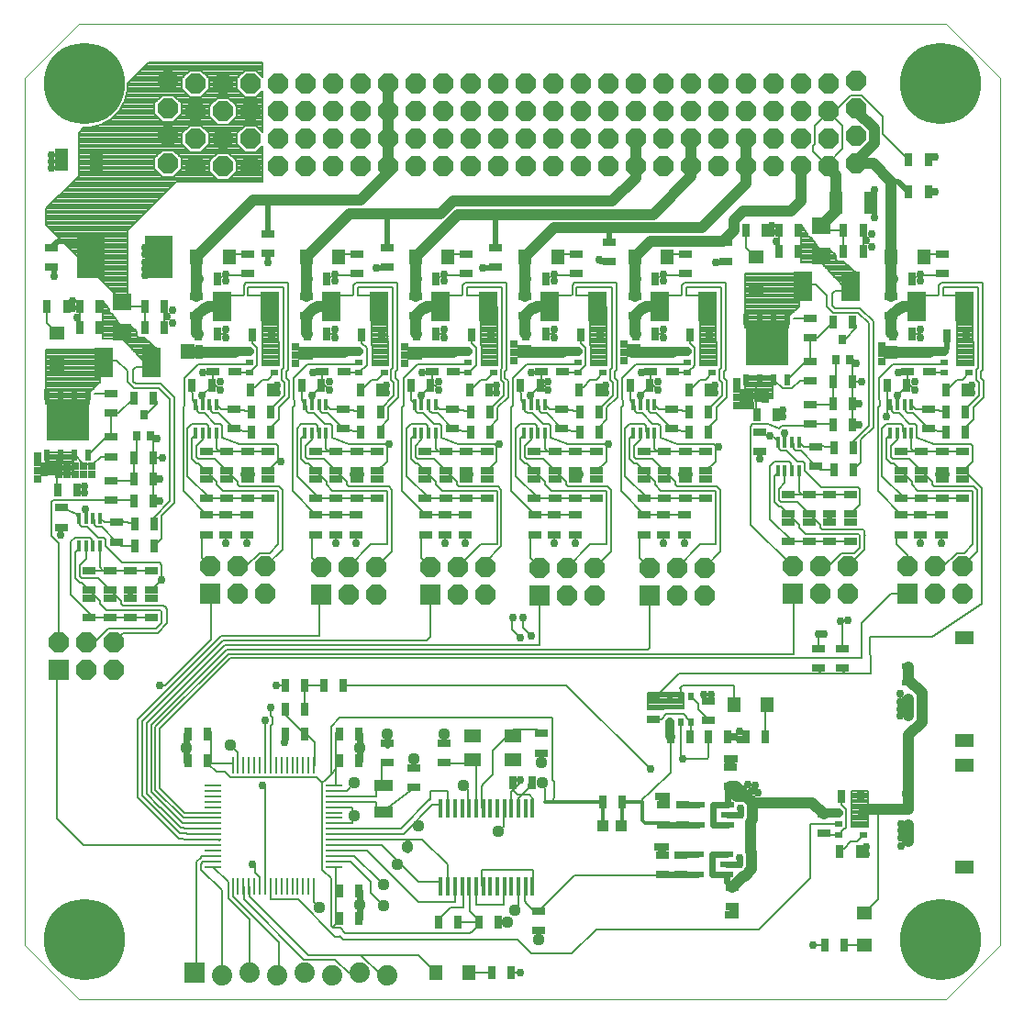
<source format=gtl>
G75*
%MOIN*%
%OFA0B0*%
%FSLAX25Y25*%
%IPPOS*%
%LPD*%
%AMOC8*
5,1,8,0,0,1.08239X$1,22.5*
%
%ADD10R,0.00984X0.06102*%
%ADD11R,0.06102X0.00984*%
%ADD12R,0.01575X0.06890*%
%ADD13R,0.07087X0.03937*%
%ADD14R,0.03150X0.04724*%
%ADD15C,0.00800*%
%ADD16R,0.04724X0.03150*%
%ADD17C,0.04400*%
%ADD18C,0.02400*%
%ADD19R,0.06299X0.04921*%
%ADD20R,0.03937X0.00984*%
%ADD21R,0.00984X0.03937*%
%ADD22R,0.07400X0.07400*%
%ADD23C,0.07400*%
%ADD24OC8,0.07400*%
%ADD25C,0.00000*%
%ADD26C,0.29528*%
%ADD27R,0.01772X0.03937*%
%ADD28R,0.02756X0.03543*%
%ADD29R,0.02402X0.04016*%
%ADD30R,0.15394X0.15000*%
%ADD31R,0.02756X0.02000*%
%ADD32R,0.07087X0.10630*%
%ADD33R,0.04724X0.05512*%
%ADD34R,0.07087X0.06299*%
%ADD35R,0.09843X0.15748*%
%ADD36R,0.04724X0.07874*%
%ADD37R,0.05512X0.04724*%
%ADD38R,0.02000X0.02756*%
%ADD39R,0.04724X0.02362*%
%ADD40R,0.03937X0.02362*%
%ADD41R,0.07087X0.04921*%
%ADD42R,0.04331X0.03937*%
%ADD43C,0.02978*%
%ADD44C,0.03200*%
%ADD45C,0.00600*%
%ADD46C,0.01200*%
%ADD47R,0.02978X0.02978*%
%ADD48C,0.04000*%
%ADD49C,0.02000*%
%ADD50C,0.00787*%
%ADD51C,0.01000*%
D10*
X0078913Y0049438D03*
X0080882Y0049438D03*
X0082850Y0049438D03*
X0084819Y0049438D03*
X0086787Y0049438D03*
X0088756Y0049438D03*
X0090724Y0049438D03*
X0092693Y0049438D03*
X0094661Y0049438D03*
X0096630Y0049438D03*
X0098598Y0049438D03*
X0100567Y0049438D03*
X0102535Y0049438D03*
X0104504Y0049438D03*
X0106472Y0049438D03*
X0108441Y0049438D03*
X0108441Y0093533D03*
X0106472Y0093533D03*
X0104504Y0093533D03*
X0102535Y0093533D03*
X0100567Y0093533D03*
X0098598Y0093533D03*
X0096630Y0093533D03*
X0094661Y0093533D03*
X0092693Y0093533D03*
X0090724Y0093533D03*
X0088756Y0093533D03*
X0086787Y0093533D03*
X0084819Y0093533D03*
X0082850Y0093533D03*
X0080882Y0093533D03*
X0078913Y0093533D03*
D11*
X0071630Y0086249D03*
X0071630Y0084281D03*
X0071630Y0082312D03*
X0071630Y0080344D03*
X0071630Y0078375D03*
X0071630Y0076407D03*
X0071630Y0074438D03*
X0071630Y0072470D03*
X0071630Y0070501D03*
X0071630Y0068533D03*
X0071630Y0066564D03*
X0071630Y0064596D03*
X0071630Y0062627D03*
X0071630Y0060659D03*
X0071630Y0058690D03*
X0071630Y0056722D03*
X0115724Y0056722D03*
X0115724Y0058690D03*
X0115724Y0060659D03*
X0115724Y0062627D03*
X0115724Y0064596D03*
X0115724Y0066564D03*
X0115724Y0068533D03*
X0115724Y0070501D03*
X0115724Y0072470D03*
X0115724Y0074438D03*
X0115724Y0076407D03*
X0115724Y0078375D03*
X0115724Y0080344D03*
X0115724Y0082312D03*
X0115724Y0084281D03*
X0115724Y0086249D03*
D12*
X0154543Y0077785D03*
X0157102Y0077785D03*
X0159661Y0077785D03*
X0162220Y0077785D03*
X0164780Y0077785D03*
X0167339Y0077785D03*
X0169898Y0077785D03*
X0172457Y0077785D03*
X0175016Y0077785D03*
X0177575Y0077785D03*
X0180134Y0077785D03*
X0182693Y0077785D03*
X0185252Y0077785D03*
X0187811Y0077785D03*
X0187811Y0049438D03*
X0185252Y0049438D03*
X0182693Y0049438D03*
X0180134Y0049438D03*
X0177575Y0049438D03*
X0175016Y0049438D03*
X0172457Y0049438D03*
X0169898Y0049438D03*
X0167339Y0049438D03*
X0164780Y0049438D03*
X0162220Y0049438D03*
X0159661Y0049438D03*
X0157102Y0049438D03*
X0154543Y0049438D03*
D13*
X0133677Y0076564D03*
X0133677Y0086407D03*
D14*
X0124701Y0095108D03*
X0117614Y0095108D03*
X0117614Y0104950D03*
X0124701Y0104950D03*
X0118992Y0122627D03*
X0111906Y0122627D03*
X0105213Y0122627D03*
X0098126Y0122627D03*
X0098126Y0113769D03*
X0105213Y0113769D03*
X0105213Y0104911D03*
X0098126Y0104911D03*
X0069740Y0104950D03*
X0062654Y0104950D03*
X0062654Y0095108D03*
X0069740Y0095108D03*
X0117614Y0047864D03*
X0124701Y0047864D03*
X0124701Y0038021D03*
X0117614Y0038021D03*
X0153697Y0036545D03*
X0160783Y0036545D03*
X0168303Y0036545D03*
X0175390Y0036545D03*
X0172929Y0018297D03*
X0180016Y0018297D03*
X0213283Y0080304D03*
X0220370Y0080304D03*
X0238008Y0103887D03*
X0245094Y0103887D03*
X0251669Y0103927D03*
X0258756Y0103927D03*
X0265449Y0103927D03*
X0272535Y0103927D03*
X0300016Y0082312D03*
X0307102Y0082312D03*
X0306602Y0062312D03*
X0299516Y0062312D03*
X0301079Y0028139D03*
X0293992Y0028139D03*
X0187791Y0087135D03*
X0180705Y0087135D03*
X0297260Y0200860D03*
X0304346Y0200860D03*
X0304346Y0208891D03*
X0297260Y0208891D03*
X0296945Y0217115D03*
X0304031Y0217115D03*
X0304031Y0224989D03*
X0296945Y0224989D03*
X0296945Y0232864D03*
X0304031Y0232864D03*
X0316575Y0231529D03*
X0323661Y0231529D03*
X0337902Y0230072D03*
X0344988Y0230072D03*
X0345161Y0222029D03*
X0338075Y0222029D03*
X0338075Y0214529D03*
X0345161Y0214529D03*
X0345370Y0249596D03*
X0338283Y0249596D03*
X0325685Y0250186D03*
X0318598Y0250186D03*
X0304031Y0254517D03*
X0296945Y0254517D03*
X0318598Y0270265D03*
X0325685Y0270265D03*
X0307969Y0280108D03*
X0300882Y0280108D03*
X0300882Y0287982D03*
X0307969Y0287982D03*
X0324504Y0301761D03*
X0331591Y0301761D03*
X0331591Y0313572D03*
X0324504Y0313572D03*
X0284346Y0287982D03*
X0277260Y0287982D03*
X0272535Y0287982D03*
X0265449Y0287982D03*
X0277260Y0280108D03*
X0284346Y0280108D03*
X0252181Y0250072D03*
X0245094Y0250072D03*
X0232378Y0250186D03*
X0225291Y0250186D03*
X0212417Y0250072D03*
X0205331Y0250072D03*
X0192614Y0250186D03*
X0185528Y0250186D03*
X0172654Y0250072D03*
X0165567Y0250072D03*
X0152850Y0250186D03*
X0145764Y0250186D03*
X0132890Y0250072D03*
X0125803Y0250072D03*
X0113087Y0250186D03*
X0106000Y0250186D03*
X0093126Y0250072D03*
X0086039Y0250072D03*
X0073323Y0250186D03*
X0066236Y0250186D03*
X0054031Y0252549D03*
X0046945Y0252549D03*
X0046945Y0260423D03*
X0054031Y0260423D03*
X0066236Y0270265D03*
X0073323Y0270265D03*
X0106000Y0270265D03*
X0113087Y0270265D03*
X0145764Y0270265D03*
X0152850Y0270265D03*
X0185528Y0270265D03*
X0192614Y0270265D03*
X0225291Y0270265D03*
X0232378Y0270265D03*
X0230354Y0231529D03*
X0223268Y0231529D03*
X0211917Y0230072D03*
X0204831Y0230072D03*
X0205004Y0222029D03*
X0212091Y0222029D03*
X0212091Y0214529D03*
X0205004Y0214529D03*
X0190591Y0231529D03*
X0183504Y0231529D03*
X0172327Y0222029D03*
X0165240Y0222029D03*
X0165240Y0214529D03*
X0172327Y0214529D03*
X0172154Y0230072D03*
X0165067Y0230072D03*
X0150827Y0231529D03*
X0143740Y0231529D03*
X0132390Y0230072D03*
X0125303Y0230072D03*
X0125476Y0222029D03*
X0132563Y0222029D03*
X0132563Y0214529D03*
X0125476Y0214529D03*
X0111063Y0231529D03*
X0103976Y0231529D03*
X0092626Y0230072D03*
X0085539Y0230072D03*
X0085713Y0222029D03*
X0092799Y0222029D03*
X0092799Y0214529D03*
X0085713Y0214529D03*
X0071299Y0231529D03*
X0064213Y0231529D03*
X0050094Y0226958D03*
X0043008Y0226958D03*
X0043008Y0205304D03*
X0050094Y0205304D03*
X0050094Y0197430D03*
X0043008Y0197430D03*
X0043008Y0189556D03*
X0050094Y0189556D03*
X0050409Y0181332D03*
X0043323Y0181332D03*
X0043323Y0173301D03*
X0050409Y0173301D03*
X0022535Y0193493D03*
X0015449Y0193493D03*
X0023323Y0252549D03*
X0030409Y0252549D03*
X0030409Y0260423D03*
X0023323Y0260423D03*
X0018598Y0260423D03*
X0011512Y0260423D03*
X0244594Y0230072D03*
X0251681Y0230072D03*
X0251854Y0222029D03*
X0244768Y0222029D03*
X0244768Y0214529D03*
X0251854Y0214529D03*
X0269386Y0221052D03*
X0276472Y0221052D03*
D15*
X0278835Y0220265D01*
X0278289Y0216849D02*
X0288017Y0216849D01*
X0288677Y0217509D01*
X0296551Y0217509D01*
X0296945Y0217115D01*
X0304031Y0217115D02*
X0304031Y0224989D01*
X0304031Y0232864D01*
X0304031Y0239950D01*
X0303047Y0240934D01*
X0304228Y0240934D01*
X0305409Y0239753D01*
X0304031Y0232864D02*
X0307378Y0232864D01*
X0313800Y0234388D02*
X0313800Y0228670D01*
X0313897Y0224239D01*
X0313256Y0223597D01*
X0313256Y0193182D01*
X0321748Y0184690D01*
X0321748Y0184438D01*
X0328835Y0184438D01*
X0336315Y0184438D01*
X0336618Y0190454D02*
X0329118Y0190454D01*
X0323071Y0190454D01*
X0314856Y0198669D01*
X0314856Y0216039D01*
X0316397Y0217579D01*
X0321721Y0217579D01*
X0322424Y0216876D01*
X0322424Y0214884D01*
X0322898Y0214411D01*
X0325457Y0214411D02*
X0325457Y0208702D01*
X0326618Y0207541D01*
X0329118Y0207541D01*
X0336618Y0207541D01*
X0344118Y0207541D01*
X0346977Y0210315D02*
X0333623Y0210315D01*
X0327543Y0212459D01*
X0327543Y0216876D01*
X0326840Y0217579D01*
X0324847Y0217579D01*
X0320948Y0221478D01*
X0318956Y0221478D01*
X0318253Y0222181D01*
X0318253Y0224174D01*
X0317780Y0224647D01*
X0316693Y0226147D01*
X0316575Y0231529D01*
X0316575Y0220407D01*
X0316236Y0220068D01*
X0316236Y0220268D01*
X0320339Y0224647D02*
X0320339Y0228308D01*
X0320218Y0227829D01*
X0323918Y0231529D01*
X0324110Y0231529D01*
X0324110Y0236210D01*
X0323913Y0236407D01*
X0320567Y0236407D01*
X0323913Y0236407D02*
X0324110Y0236604D01*
X0324110Y0231529D02*
X0325118Y0231529D01*
X0326618Y0230029D01*
X0323918Y0231529D02*
X0323661Y0231529D01*
X0322898Y0224647D02*
X0323371Y0224174D01*
X0323371Y0222181D01*
X0324074Y0221478D01*
X0326125Y0221478D01*
X0331618Y0215986D01*
X0333862Y0215316D01*
X0338075Y0214529D01*
X0331618Y0215986D02*
X0331618Y0217029D01*
X0331618Y0223072D02*
X0327031Y0223072D01*
X0325457Y0224647D01*
X0331618Y0223072D02*
X0333075Y0222954D01*
X0338075Y0222029D01*
X0345161Y0222029D02*
X0345161Y0222986D01*
X0350134Y0227958D01*
X0350134Y0232686D01*
X0349098Y0233722D01*
X0349098Y0237182D01*
X0349701Y0237785D01*
X0349701Y0267312D01*
X0336906Y0267312D01*
X0336906Y0264360D01*
X0343795Y0264360D01*
X0344780Y0265344D01*
X0347421Y0263883D02*
X0347732Y0256486D01*
X0347945Y0239072D01*
X0341945Y0239072D01*
X0341945Y0263883D01*
X0347421Y0263883D01*
X0347422Y0263874D02*
X0341945Y0263874D01*
X0341945Y0263075D02*
X0347455Y0263075D01*
X0347489Y0262277D02*
X0341945Y0262277D01*
X0341945Y0261478D02*
X0347522Y0261478D01*
X0347556Y0260679D02*
X0341945Y0260679D01*
X0341945Y0259881D02*
X0347590Y0259881D01*
X0347623Y0259082D02*
X0341945Y0259082D01*
X0341945Y0258284D02*
X0347657Y0258284D01*
X0347690Y0257485D02*
X0341945Y0257485D01*
X0341945Y0256687D02*
X0347724Y0256687D01*
X0347740Y0255888D02*
X0341945Y0255888D01*
X0341945Y0255090D02*
X0347749Y0255090D01*
X0347759Y0254291D02*
X0341945Y0254291D01*
X0341945Y0253493D02*
X0347769Y0253493D01*
X0347779Y0252694D02*
X0341945Y0252694D01*
X0341945Y0251896D02*
X0347788Y0251896D01*
X0347798Y0251097D02*
X0341945Y0251097D01*
X0341945Y0250299D02*
X0347808Y0250299D01*
X0347818Y0249500D02*
X0341945Y0249500D01*
X0341945Y0248702D02*
X0347827Y0248702D01*
X0347837Y0247903D02*
X0341945Y0247903D01*
X0341945Y0247105D02*
X0347847Y0247105D01*
X0347857Y0246306D02*
X0341945Y0246306D01*
X0341945Y0245508D02*
X0347866Y0245508D01*
X0347876Y0244709D02*
X0341945Y0244709D01*
X0341945Y0243911D02*
X0347886Y0243911D01*
X0347896Y0243112D02*
X0341945Y0243112D01*
X0341945Y0242314D02*
X0347905Y0242314D01*
X0347915Y0241515D02*
X0341945Y0241515D01*
X0341945Y0240717D02*
X0347925Y0240717D01*
X0347935Y0239918D02*
X0341945Y0239918D01*
X0341945Y0239120D02*
X0347944Y0239120D01*
X0346520Y0236135D02*
X0344019Y0233634D01*
X0341916Y0233634D01*
X0339354Y0231072D01*
X0337902Y0230072D01*
X0337370Y0236135D02*
X0332339Y0236135D01*
X0331945Y0236529D01*
X0336676Y0239378D02*
X0318790Y0239378D01*
X0313800Y0234388D01*
X0306394Y0224989D02*
X0304031Y0224989D01*
X0296945Y0224989D02*
X0296945Y0232864D01*
X0297929Y0233848D01*
X0297929Y0240934D01*
X0300488Y0248415D02*
X0301276Y0248415D01*
X0305409Y0252549D01*
X0305409Y0253139D01*
X0304031Y0254517D01*
X0306103Y0258079D02*
X0310067Y0254116D01*
X0310067Y0216986D01*
X0304346Y0211265D01*
X0304346Y0208891D01*
X0307121Y0211777D02*
X0311667Y0216323D01*
X0311667Y0254778D01*
X0306766Y0259679D01*
X0297589Y0259679D01*
X0296698Y0260570D01*
X0296698Y0264900D01*
X0297732Y0265934D01*
X0301669Y0265934D01*
X0303244Y0267509D01*
X0302678Y0267866D02*
X0300587Y0267866D01*
X0301353Y0267068D02*
X0302359Y0267068D01*
X0302063Y0266328D02*
X0292614Y0276171D01*
X0295764Y0280895D01*
X0298107Y0278822D01*
X0298107Y0277248D01*
X0298810Y0276545D01*
X0300681Y0276545D01*
X0306000Y0271840D01*
X0304425Y0272234D01*
X0302063Y0266328D01*
X0302998Y0268665D02*
X0299820Y0268665D01*
X0299053Y0269463D02*
X0303317Y0269463D01*
X0303636Y0270262D02*
X0298287Y0270262D01*
X0297520Y0271060D02*
X0303956Y0271060D01*
X0304275Y0271859D02*
X0296754Y0271859D01*
X0295987Y0272657D02*
X0305076Y0272657D01*
X0305925Y0271859D02*
X0305979Y0271859D01*
X0304173Y0273456D02*
X0295221Y0273456D01*
X0294454Y0274254D02*
X0303271Y0274254D01*
X0302368Y0275053D02*
X0293687Y0275053D01*
X0292921Y0275851D02*
X0301465Y0275851D01*
X0298706Y0276650D02*
X0292934Y0276650D01*
X0292614Y0276650D02*
X0285528Y0276650D01*
X0285528Y0276171D02*
X0292614Y0276171D01*
X0292614Y0280108D01*
X0288943Y0285207D01*
X0288574Y0285207D01*
X0287871Y0285910D01*
X0287871Y0286696D01*
X0285528Y0289950D01*
X0285528Y0276171D01*
X0285528Y0277448D02*
X0292614Y0277448D01*
X0292614Y0278247D02*
X0285528Y0278247D01*
X0285528Y0279045D02*
X0292614Y0279045D01*
X0292614Y0279844D02*
X0285528Y0279844D01*
X0285528Y0280642D02*
X0292229Y0280642D01*
X0291654Y0281441D02*
X0285528Y0281441D01*
X0285528Y0282239D02*
X0291079Y0282239D01*
X0290504Y0283038D02*
X0285528Y0283038D01*
X0285528Y0283836D02*
X0289929Y0283836D01*
X0289355Y0284635D02*
X0285528Y0284635D01*
X0285528Y0285433D02*
X0288347Y0285433D01*
X0287871Y0286232D02*
X0285528Y0286232D01*
X0285528Y0287030D02*
X0287630Y0287030D01*
X0287055Y0287829D02*
X0285528Y0287829D01*
X0285528Y0288627D02*
X0286480Y0288627D01*
X0285905Y0289426D02*
X0285528Y0289426D01*
X0292614Y0289556D02*
X0294189Y0287982D01*
X0300882Y0287982D01*
X0300882Y0280108D01*
X0297855Y0279045D02*
X0294531Y0279045D01*
X0295063Y0279844D02*
X0296952Y0279844D01*
X0296049Y0280642D02*
X0295595Y0280642D01*
X0293998Y0278247D02*
X0298107Y0278247D01*
X0298107Y0277448D02*
X0293466Y0277448D01*
X0284740Y0272234D02*
X0284740Y0260423D01*
X0280803Y0256486D01*
X0280803Y0252549D01*
X0265055Y0252549D01*
X0265055Y0272234D01*
X0284740Y0272234D01*
X0284740Y0271859D02*
X0265055Y0271859D01*
X0265055Y0271060D02*
X0284740Y0271060D01*
X0284740Y0270262D02*
X0265055Y0270262D01*
X0265055Y0269463D02*
X0284740Y0269463D01*
X0284740Y0268665D02*
X0265055Y0268665D01*
X0265055Y0267866D02*
X0284740Y0267866D01*
X0284740Y0267068D02*
X0265055Y0267068D01*
X0265055Y0266269D02*
X0284740Y0266269D01*
X0284740Y0265471D02*
X0265055Y0265471D01*
X0265055Y0264672D02*
X0284740Y0264672D01*
X0284740Y0263874D02*
X0265055Y0263874D01*
X0265055Y0263075D02*
X0284740Y0263075D01*
X0284740Y0262277D02*
X0265055Y0262277D01*
X0265055Y0261478D02*
X0284740Y0261478D01*
X0284740Y0260679D02*
X0265055Y0260679D01*
X0265055Y0259881D02*
X0284199Y0259881D01*
X0283400Y0259082D02*
X0265055Y0259082D01*
X0265055Y0258284D02*
X0282602Y0258284D01*
X0281803Y0257485D02*
X0265055Y0257485D01*
X0265055Y0256687D02*
X0281005Y0256687D01*
X0280803Y0255888D02*
X0265055Y0255888D01*
X0265055Y0255090D02*
X0280803Y0255090D01*
X0280803Y0254291D02*
X0265055Y0254291D01*
X0265055Y0253493D02*
X0280803Y0253493D01*
X0280803Y0252694D02*
X0265055Y0252694D01*
X0254471Y0252694D02*
X0248638Y0252694D01*
X0248638Y0251896D02*
X0254481Y0251896D01*
X0254491Y0251097D02*
X0248638Y0251097D01*
X0248638Y0250299D02*
X0254501Y0250299D01*
X0254510Y0249500D02*
X0248638Y0249500D01*
X0248638Y0248702D02*
X0254520Y0248702D01*
X0254530Y0247903D02*
X0248638Y0247903D01*
X0248638Y0247105D02*
X0254540Y0247105D01*
X0254549Y0246306D02*
X0248669Y0246306D01*
X0248638Y0246338D02*
X0248638Y0263883D01*
X0254114Y0263883D01*
X0254425Y0256486D01*
X0254638Y0239072D01*
X0248863Y0239072D01*
X0248863Y0246113D01*
X0248638Y0246338D01*
X0248863Y0245508D02*
X0254559Y0245508D01*
X0254569Y0244709D02*
X0248863Y0244709D01*
X0248863Y0243911D02*
X0254579Y0243911D01*
X0254588Y0243112D02*
X0248863Y0243112D01*
X0248863Y0242314D02*
X0254598Y0242314D01*
X0254608Y0241515D02*
X0248863Y0241515D01*
X0248863Y0240717D02*
X0254618Y0240717D01*
X0254627Y0239918D02*
X0248863Y0239918D01*
X0248863Y0239120D02*
X0254637Y0239120D01*
X0256394Y0237785D02*
X0256394Y0267312D01*
X0243598Y0267312D01*
X0243598Y0264360D01*
X0250488Y0264360D01*
X0251472Y0265344D01*
X0254115Y0263874D02*
X0248638Y0263874D01*
X0248638Y0263075D02*
X0254148Y0263075D01*
X0254182Y0262277D02*
X0248638Y0262277D01*
X0248638Y0261478D02*
X0254215Y0261478D01*
X0254249Y0260679D02*
X0248638Y0260679D01*
X0248638Y0259881D02*
X0254282Y0259881D01*
X0254316Y0259082D02*
X0248638Y0259082D01*
X0248638Y0258284D02*
X0254350Y0258284D01*
X0254383Y0257485D02*
X0248638Y0257485D01*
X0248638Y0256687D02*
X0254417Y0256687D01*
X0254432Y0255888D02*
X0248638Y0255888D01*
X0248638Y0255090D02*
X0254442Y0255090D01*
X0254452Y0254291D02*
X0248638Y0254291D01*
X0248638Y0253493D02*
X0254462Y0253493D01*
X0245094Y0250072D02*
X0245094Y0247053D01*
X0246863Y0245284D01*
X0246863Y0238797D01*
X0245938Y0237872D01*
X0245800Y0237872D01*
X0244063Y0236135D01*
X0239031Y0236135D01*
X0238638Y0236529D01*
X0243369Y0239378D02*
X0225483Y0239378D01*
X0220493Y0234388D01*
X0220493Y0228670D01*
X0220590Y0224239D01*
X0219949Y0223597D01*
X0219949Y0193182D01*
X0228441Y0184690D01*
X0228441Y0184438D01*
X0235528Y0184438D01*
X0243008Y0184438D01*
X0243311Y0190454D02*
X0235811Y0190454D01*
X0229764Y0190454D01*
X0221549Y0198669D01*
X0221549Y0216039D01*
X0223090Y0217579D01*
X0228414Y0217579D01*
X0229117Y0216876D01*
X0229117Y0214884D01*
X0229591Y0214411D01*
X0232150Y0214411D02*
X0232150Y0208702D01*
X0233311Y0207541D01*
X0235811Y0207541D01*
X0243311Y0207541D01*
X0250811Y0207541D01*
X0253670Y0210315D02*
X0240316Y0210315D01*
X0234235Y0212459D01*
X0234235Y0216876D01*
X0233532Y0217579D01*
X0231540Y0217579D01*
X0227641Y0221478D01*
X0225649Y0221478D01*
X0224946Y0222181D01*
X0224946Y0224174D01*
X0224472Y0224647D01*
X0223386Y0226147D01*
X0223268Y0231529D01*
X0227031Y0228308D02*
X0226911Y0227829D01*
X0230611Y0231529D01*
X0230803Y0231529D01*
X0230803Y0236210D01*
X0230606Y0236407D01*
X0227260Y0236407D01*
X0230606Y0236407D02*
X0230803Y0236604D01*
X0230803Y0231529D02*
X0231811Y0231529D01*
X0233311Y0230029D01*
X0230611Y0231529D02*
X0230354Y0231529D01*
X0227031Y0228308D02*
X0227031Y0224647D01*
X0229591Y0224647D02*
X0230064Y0224174D01*
X0230064Y0222181D01*
X0230767Y0221478D01*
X0232818Y0221478D01*
X0238311Y0215986D01*
X0240555Y0215316D01*
X0244768Y0214529D01*
X0238311Y0215986D02*
X0238311Y0217029D01*
X0238311Y0223072D02*
X0233724Y0223072D01*
X0232150Y0224647D01*
X0238311Y0223072D02*
X0239768Y0222954D01*
X0244768Y0222029D01*
X0251854Y0222029D02*
X0251854Y0222986D01*
X0256827Y0227958D01*
X0256827Y0232686D01*
X0255791Y0233722D01*
X0255791Y0237182D01*
X0256394Y0237785D01*
X0257391Y0236519D02*
X0257994Y0237122D01*
X0257994Y0263054D01*
X0258041Y0268912D01*
X0242936Y0268912D01*
X0241998Y0267975D01*
X0241998Y0264728D01*
X0241630Y0264360D01*
X0235724Y0264360D01*
X0235921Y0270265D02*
X0235331Y0271840D01*
X0235034Y0271682D01*
X0242850Y0271682D01*
X0243402Y0272234D01*
X0243402Y0279320D02*
X0237890Y0279320D01*
X0236709Y0278139D01*
X0235034Y0271682D02*
X0232378Y0270265D01*
X0218277Y0268912D02*
X0218230Y0263054D01*
X0218230Y0237122D01*
X0217627Y0236519D01*
X0217627Y0234385D01*
X0218663Y0233349D01*
X0218663Y0227296D01*
X0214865Y0223498D01*
X0214865Y0219170D01*
X0212091Y0216395D01*
X0212091Y0214529D01*
X0213906Y0210315D02*
X0200552Y0210315D01*
X0194472Y0212459D01*
X0194472Y0216876D01*
X0193769Y0217579D01*
X0191776Y0217579D01*
X0187877Y0221478D01*
X0185885Y0221478D01*
X0185182Y0222181D01*
X0185182Y0224174D01*
X0184709Y0224647D01*
X0183622Y0226147D01*
X0183504Y0231529D01*
X0180729Y0234388D02*
X0180729Y0228670D01*
X0180826Y0224239D01*
X0180185Y0223597D01*
X0180185Y0193182D01*
X0188677Y0184690D01*
X0188677Y0184438D01*
X0195764Y0184438D01*
X0203244Y0184438D01*
X0203547Y0190454D02*
X0196047Y0190454D01*
X0190000Y0190454D01*
X0181785Y0198669D01*
X0181785Y0216039D01*
X0183326Y0217579D01*
X0188651Y0217579D01*
X0189354Y0216876D01*
X0189354Y0214884D01*
X0189827Y0214411D01*
X0192386Y0214411D02*
X0192386Y0208702D01*
X0193547Y0207541D01*
X0196047Y0207541D01*
X0203547Y0207541D01*
X0211047Y0207541D01*
X0213906Y0210315D02*
X0214609Y0209613D01*
X0215379Y0210383D01*
X0214609Y0209613D02*
X0214609Y0204016D01*
X0211047Y0200454D01*
X0215091Y0194766D02*
X0200688Y0194766D01*
X0199985Y0195469D01*
X0199985Y0196516D01*
X0196047Y0200454D01*
X0191735Y0204766D01*
X0185688Y0204766D01*
X0184985Y0205469D01*
X0184985Y0209613D01*
X0187268Y0211895D01*
X0187268Y0214411D01*
X0184709Y0214411D02*
X0184709Y0213464D01*
X0183385Y0212141D01*
X0183385Y0204806D01*
X0185025Y0203166D01*
X0185835Y0203166D01*
X0188547Y0200454D01*
X0192485Y0196516D01*
X0192485Y0195469D01*
X0194725Y0193229D01*
X0198906Y0193229D01*
X0198969Y0193166D01*
X0214428Y0193166D01*
X0214661Y0192933D01*
X0214661Y0173808D01*
X0208874Y0173808D01*
X0200488Y0165423D01*
X0202850Y0173808D02*
X0203244Y0174202D01*
X0203244Y0177352D01*
X0195764Y0177352D02*
X0195764Y0174202D01*
X0188677Y0177352D02*
X0187102Y0175777D01*
X0187102Y0168808D01*
X0190488Y0165423D01*
X0190488Y0155423D02*
X0190488Y0137506D01*
X0190252Y0137270D01*
X0076059Y0137270D01*
X0047657Y0108867D01*
X0047657Y0083136D01*
X0052457Y0078336D01*
X0052558Y0078336D01*
X0060024Y0070870D01*
X0060907Y0070870D01*
X0061315Y0070462D01*
X0071591Y0070462D01*
X0071630Y0070501D01*
X0071630Y0068533D02*
X0062339Y0068533D01*
X0062009Y0068862D01*
X0059668Y0068862D01*
X0046057Y0082473D01*
X0046057Y0109530D01*
X0075396Y0138870D01*
X0149408Y0138870D01*
X0150724Y0140186D01*
X0150724Y0155619D01*
X0150724Y0165619D02*
X0147339Y0169005D01*
X0147339Y0175777D01*
X0148913Y0177352D01*
X0148913Y0184438D02*
X0156000Y0184438D01*
X0163480Y0184438D01*
X0163783Y0190454D02*
X0156283Y0190454D01*
X0150236Y0190454D01*
X0142021Y0198669D01*
X0142021Y0216039D01*
X0143562Y0217579D01*
X0148887Y0217579D01*
X0149590Y0216876D01*
X0149590Y0214884D01*
X0150063Y0214411D01*
X0152622Y0214411D02*
X0152622Y0208702D01*
X0153783Y0207541D01*
X0156283Y0207541D01*
X0163783Y0207541D01*
X0171283Y0207541D01*
X0174143Y0210315D02*
X0160788Y0210315D01*
X0154708Y0212459D01*
X0154708Y0216876D01*
X0154005Y0217579D01*
X0152013Y0217579D01*
X0148113Y0221478D01*
X0146121Y0221478D01*
X0145418Y0222181D01*
X0145418Y0224174D01*
X0144945Y0224647D01*
X0143858Y0226147D01*
X0143740Y0231529D01*
X0140965Y0234388D02*
X0140965Y0228670D01*
X0141062Y0224239D01*
X0140421Y0223597D01*
X0140421Y0193182D01*
X0148913Y0184690D01*
X0148913Y0184438D01*
X0148783Y0190454D02*
X0150236Y0190454D01*
X0154961Y0193229D02*
X0152721Y0195469D01*
X0152721Y0196516D01*
X0148783Y0200454D01*
X0146072Y0203166D01*
X0145261Y0203166D01*
X0143621Y0204806D01*
X0143621Y0212141D01*
X0144945Y0213464D01*
X0144945Y0214411D01*
X0147504Y0214411D02*
X0147504Y0211895D01*
X0145221Y0209613D01*
X0145221Y0205469D01*
X0145924Y0204766D01*
X0151972Y0204766D01*
X0156283Y0200454D01*
X0160221Y0196516D01*
X0160221Y0195469D01*
X0160924Y0194766D01*
X0175327Y0194766D01*
X0176498Y0193596D01*
X0176498Y0173146D01*
X0170724Y0167372D01*
X0170724Y0165619D01*
X0168913Y0173808D02*
X0160724Y0165619D01*
X0163087Y0173808D02*
X0163480Y0174202D01*
X0163480Y0177352D01*
X0168913Y0173808D02*
X0174898Y0173808D01*
X0174898Y0192933D01*
X0174665Y0193166D01*
X0159206Y0193166D01*
X0159143Y0193229D01*
X0154961Y0193229D01*
X0163783Y0190454D02*
X0171283Y0190454D01*
X0171283Y0200454D02*
X0174846Y0204016D01*
X0174846Y0209613D01*
X0175616Y0210383D01*
X0174846Y0209613D02*
X0174143Y0210315D01*
X0172327Y0214529D02*
X0172327Y0216395D01*
X0175102Y0219170D01*
X0175102Y0223498D01*
X0178899Y0227296D01*
X0178899Y0233349D01*
X0177863Y0234385D01*
X0177863Y0236519D01*
X0178466Y0237122D01*
X0178466Y0263054D01*
X0178513Y0268912D01*
X0163408Y0268912D01*
X0162471Y0267975D01*
X0162471Y0264728D01*
X0162102Y0264360D01*
X0156197Y0264360D01*
X0156394Y0270265D02*
X0155803Y0271840D01*
X0155507Y0271682D01*
X0163322Y0271682D01*
X0163874Y0272234D01*
X0164071Y0267312D02*
X0164071Y0264360D01*
X0170961Y0264360D01*
X0171945Y0265344D01*
X0174587Y0263883D02*
X0169110Y0263883D01*
X0169110Y0246338D01*
X0169335Y0246113D01*
X0169335Y0239072D01*
X0175110Y0239072D01*
X0174898Y0256486D01*
X0174587Y0263883D01*
X0174587Y0263874D02*
X0169110Y0263874D01*
X0169110Y0263075D02*
X0174621Y0263075D01*
X0174654Y0262277D02*
X0169110Y0262277D01*
X0169110Y0261478D02*
X0174688Y0261478D01*
X0174721Y0260679D02*
X0169110Y0260679D01*
X0169110Y0259881D02*
X0174755Y0259881D01*
X0174788Y0259082D02*
X0169110Y0259082D01*
X0169110Y0258284D02*
X0174822Y0258284D01*
X0174856Y0257485D02*
X0169110Y0257485D01*
X0169110Y0256687D02*
X0174889Y0256687D01*
X0174905Y0255888D02*
X0169110Y0255888D01*
X0169110Y0255090D02*
X0174915Y0255090D01*
X0174924Y0254291D02*
X0169110Y0254291D01*
X0169110Y0253493D02*
X0174934Y0253493D01*
X0174944Y0252694D02*
X0169110Y0252694D01*
X0169110Y0251896D02*
X0174954Y0251896D01*
X0174963Y0251097D02*
X0169110Y0251097D01*
X0169110Y0250299D02*
X0174973Y0250299D01*
X0174983Y0249500D02*
X0169110Y0249500D01*
X0169110Y0248702D02*
X0174993Y0248702D01*
X0175002Y0247903D02*
X0169110Y0247903D01*
X0169110Y0247105D02*
X0175012Y0247105D01*
X0175022Y0246306D02*
X0169142Y0246306D01*
X0169335Y0245508D02*
X0175032Y0245508D01*
X0175041Y0244709D02*
X0169335Y0244709D01*
X0169335Y0243911D02*
X0175051Y0243911D01*
X0175061Y0243112D02*
X0169335Y0243112D01*
X0169335Y0242314D02*
X0175071Y0242314D01*
X0175080Y0241515D02*
X0169335Y0241515D01*
X0169335Y0240717D02*
X0175090Y0240717D01*
X0175100Y0239918D02*
X0169335Y0239918D01*
X0169335Y0239120D02*
X0175110Y0239120D01*
X0176866Y0237785D02*
X0176866Y0267312D01*
X0164071Y0267312D01*
X0155507Y0271682D02*
X0152850Y0270265D01*
X0157181Y0278139D02*
X0158362Y0279320D01*
X0163874Y0279320D01*
X0138749Y0268912D02*
X0138702Y0263054D01*
X0138702Y0237122D01*
X0138099Y0236519D01*
X0138099Y0234385D01*
X0139135Y0233349D01*
X0139135Y0227296D01*
X0135338Y0223498D01*
X0135338Y0219170D01*
X0132563Y0216395D01*
X0132563Y0214529D01*
X0134379Y0210315D02*
X0135785Y0210315D01*
X0135852Y0210383D01*
X0135082Y0209613D02*
X0135082Y0204016D01*
X0131520Y0200454D01*
X0135564Y0194766D02*
X0121160Y0194766D01*
X0120457Y0195469D01*
X0120457Y0196516D01*
X0116520Y0200454D01*
X0112208Y0204766D01*
X0106160Y0204766D01*
X0105457Y0205469D01*
X0105457Y0209613D01*
X0107740Y0211895D01*
X0107740Y0214411D01*
X0109826Y0214884D02*
X0109826Y0216876D01*
X0109123Y0217579D01*
X0103798Y0217579D01*
X0102257Y0216039D01*
X0102257Y0198669D01*
X0110472Y0190454D01*
X0109020Y0190454D01*
X0110472Y0190454D02*
X0116520Y0190454D01*
X0124020Y0190454D01*
X0131520Y0190454D01*
X0134901Y0193166D02*
X0135134Y0192933D01*
X0135134Y0173808D01*
X0129150Y0173808D01*
X0120961Y0165619D01*
X0123323Y0173808D02*
X0123717Y0174202D01*
X0123717Y0177352D01*
X0123717Y0184438D02*
X0116236Y0184438D01*
X0109150Y0184438D01*
X0109150Y0184690D01*
X0100657Y0193182D01*
X0100657Y0223597D01*
X0101299Y0224239D01*
X0101202Y0228670D01*
X0101202Y0234388D01*
X0106192Y0239378D01*
X0124078Y0239378D01*
X0124772Y0240072D01*
X0126509Y0237872D02*
X0124772Y0236135D01*
X0119740Y0236135D01*
X0119346Y0236529D01*
X0125303Y0230072D02*
X0126756Y0231072D01*
X0129318Y0233634D01*
X0131420Y0233634D01*
X0133921Y0236135D01*
X0136499Y0237182D02*
X0136499Y0233722D01*
X0137535Y0232686D01*
X0137535Y0227958D01*
X0132563Y0222986D01*
X0132563Y0222029D01*
X0125476Y0222029D02*
X0120476Y0222954D01*
X0119020Y0223072D01*
X0114433Y0223072D01*
X0112858Y0224647D01*
X0110772Y0224174D02*
X0110772Y0222181D01*
X0111475Y0221478D01*
X0113527Y0221478D01*
X0119020Y0215986D01*
X0121264Y0215316D01*
X0125476Y0214529D01*
X0121024Y0210315D02*
X0114944Y0212459D01*
X0114944Y0216876D01*
X0114241Y0217579D01*
X0112249Y0217579D01*
X0108350Y0221478D01*
X0106357Y0221478D01*
X0105654Y0222181D01*
X0105654Y0224174D01*
X0105181Y0224647D01*
X0104094Y0226147D01*
X0103976Y0231529D01*
X0099372Y0233349D02*
X0099372Y0227296D01*
X0095574Y0223498D01*
X0095574Y0219170D01*
X0092799Y0216395D01*
X0092799Y0214529D01*
X0094615Y0210315D02*
X0081260Y0210315D01*
X0075180Y0212459D01*
X0075180Y0216876D01*
X0074477Y0217579D01*
X0072485Y0217579D01*
X0068586Y0221478D01*
X0066594Y0221478D01*
X0065891Y0222181D01*
X0065891Y0224174D01*
X0065417Y0224647D01*
X0064331Y0226147D01*
X0064213Y0231529D01*
X0061438Y0234388D02*
X0061438Y0228670D01*
X0061535Y0224239D01*
X0060894Y0223597D01*
X0060894Y0193182D01*
X0069386Y0184690D01*
X0069386Y0184438D01*
X0076472Y0184438D01*
X0083953Y0184438D01*
X0084256Y0190454D02*
X0076756Y0190454D01*
X0070708Y0190454D01*
X0062494Y0198669D01*
X0062494Y0216039D01*
X0064034Y0217579D01*
X0069359Y0217579D01*
X0070062Y0216876D01*
X0070062Y0214884D01*
X0070535Y0214411D01*
X0067976Y0214411D02*
X0067976Y0211895D01*
X0065694Y0209613D01*
X0065694Y0205469D01*
X0066397Y0204766D01*
X0072444Y0204766D01*
X0076756Y0200454D01*
X0080694Y0196516D01*
X0080694Y0195469D01*
X0081397Y0194766D01*
X0095800Y0194766D01*
X0096970Y0193596D01*
X0096970Y0171983D01*
X0090803Y0165816D01*
X0092278Y0170716D02*
X0088773Y0170716D01*
X0083873Y0165816D01*
X0080803Y0165816D01*
X0083559Y0173808D02*
X0083953Y0174202D01*
X0083953Y0177352D01*
X0076472Y0177352D02*
X0076472Y0174202D01*
X0069386Y0177352D02*
X0067811Y0175777D01*
X0067811Y0168808D01*
X0070803Y0165816D01*
X0070803Y0155816D02*
X0071157Y0155462D01*
X0071157Y0139360D01*
X0054425Y0122627D01*
X0052457Y0122627D01*
X0044457Y0110193D02*
X0074734Y0140470D01*
X0110528Y0140470D01*
X0110528Y0155186D01*
X0110961Y0155619D01*
X0110961Y0165619D02*
X0107575Y0169005D01*
X0107575Y0175777D01*
X0109150Y0177352D01*
X0116236Y0177352D02*
X0116236Y0174202D01*
X0130961Y0165619D02*
X0136734Y0171393D01*
X0136734Y0193596D01*
X0135564Y0194766D01*
X0134901Y0193166D02*
X0119442Y0193166D01*
X0119379Y0193229D01*
X0115197Y0193229D01*
X0112957Y0195469D01*
X0112957Y0196516D01*
X0109020Y0200454D01*
X0106308Y0203166D01*
X0105498Y0203166D01*
X0103857Y0204806D01*
X0103857Y0212141D01*
X0105181Y0213464D01*
X0105181Y0214411D01*
X0109826Y0214884D02*
X0110299Y0214411D01*
X0112858Y0214411D02*
X0112858Y0208702D01*
X0114020Y0207541D01*
X0116520Y0207541D01*
X0124020Y0207541D01*
X0131520Y0207541D01*
X0134379Y0210315D02*
X0121024Y0210315D01*
X0119020Y0215986D02*
X0119020Y0217029D01*
X0114020Y0207541D02*
X0109020Y0207541D01*
X0095318Y0209613D02*
X0095318Y0204320D01*
X0091756Y0200758D01*
X0091756Y0200454D01*
X0091756Y0207541D02*
X0084256Y0207541D01*
X0076756Y0207541D01*
X0074256Y0207541D01*
X0073094Y0208702D01*
X0073094Y0214411D01*
X0079256Y0215986D02*
X0073763Y0221478D01*
X0071712Y0221478D01*
X0071009Y0222181D01*
X0071009Y0224174D01*
X0070535Y0224647D01*
X0067976Y0224647D02*
X0067976Y0228308D01*
X0067856Y0227829D01*
X0071556Y0231529D01*
X0071748Y0231529D01*
X0071748Y0236210D01*
X0071551Y0236407D01*
X0068205Y0236407D01*
X0071551Y0236407D02*
X0071748Y0236604D01*
X0071748Y0231529D02*
X0072756Y0231529D01*
X0074256Y0230029D01*
X0071556Y0231529D02*
X0071299Y0231529D01*
X0073094Y0224647D02*
X0074669Y0223072D01*
X0079256Y0223072D01*
X0080713Y0222954D01*
X0085713Y0222029D01*
X0085713Y0214529D02*
X0081500Y0215316D01*
X0079256Y0215986D01*
X0079256Y0217029D01*
X0074256Y0207541D02*
X0069256Y0207541D01*
X0066544Y0203166D02*
X0069256Y0200454D01*
X0073194Y0196516D01*
X0073194Y0195469D01*
X0075434Y0193229D01*
X0079615Y0193229D01*
X0079678Y0193166D01*
X0095137Y0193166D01*
X0095370Y0192933D01*
X0095370Y0173808D01*
X0092278Y0170716D01*
X0091756Y0190454D02*
X0084256Y0190454D01*
X0070708Y0190454D02*
X0069256Y0190454D01*
X0057730Y0188764D02*
X0053184Y0184218D01*
X0053184Y0176075D01*
X0050409Y0173301D01*
X0052225Y0167119D02*
X0038871Y0167119D01*
X0032791Y0173199D01*
X0032791Y0175648D01*
X0032088Y0176351D01*
X0030095Y0176351D01*
X0026196Y0180250D01*
X0024204Y0180250D01*
X0023501Y0180953D01*
X0023501Y0182945D01*
X0023028Y0183419D01*
X0021941Y0184919D01*
X0016587Y0187119D01*
X0013727Y0189894D02*
X0034684Y0189894D01*
X0034740Y0189950D01*
X0042614Y0189950D01*
X0043008Y0189556D01*
X0050094Y0189556D02*
X0050094Y0197430D01*
X0050094Y0205304D01*
X0050094Y0212391D01*
X0049110Y0213375D01*
X0050291Y0213375D01*
X0051472Y0212194D01*
X0050094Y0205304D02*
X0053441Y0205304D01*
X0052457Y0197430D02*
X0050094Y0197430D01*
X0043008Y0197430D02*
X0043008Y0205304D01*
X0043992Y0206289D01*
X0043992Y0213375D01*
X0046551Y0220856D02*
X0047339Y0220856D01*
X0051472Y0224989D01*
X0051472Y0225580D01*
X0050094Y0226958D01*
X0052166Y0230520D02*
X0056130Y0226557D01*
X0056130Y0189427D01*
X0050409Y0183706D01*
X0050409Y0181332D01*
X0043323Y0181332D02*
X0038323Y0182119D01*
X0036866Y0181844D01*
X0032280Y0181844D01*
X0030705Y0183419D01*
X0028619Y0182945D02*
X0028619Y0180953D01*
X0029322Y0180250D01*
X0031373Y0180250D01*
X0036866Y0174757D01*
X0038323Y0173301D01*
X0043323Y0173301D01*
X0036866Y0174757D02*
X0036866Y0175801D01*
X0030705Y0173182D02*
X0030705Y0165505D01*
X0031866Y0164344D01*
X0034366Y0164344D01*
X0041866Y0164344D01*
X0049366Y0164344D01*
X0052225Y0167119D02*
X0052928Y0166416D01*
X0052928Y0160819D01*
X0049366Y0157257D01*
X0053436Y0151569D02*
X0054228Y0151171D01*
X0055135Y0150108D01*
X0055135Y0145129D01*
X0051563Y0141557D01*
X0038985Y0141557D01*
X0035685Y0138257D01*
X0033655Y0143157D02*
X0028755Y0138257D01*
X0025685Y0138257D01*
X0033655Y0143157D02*
X0050900Y0143157D01*
X0052928Y0145185D01*
X0052928Y0149363D01*
X0052550Y0149969D01*
X0037288Y0149969D01*
X0037225Y0150032D01*
X0033044Y0150032D01*
X0030804Y0152272D01*
X0030804Y0153319D01*
X0026866Y0157257D01*
X0024154Y0159969D01*
X0023344Y0159969D01*
X0021704Y0161609D01*
X0021704Y0170912D01*
X0023028Y0172236D01*
X0023028Y0173182D01*
X0025587Y0173182D02*
X0025587Y0168698D01*
X0023304Y0166416D01*
X0023304Y0162272D01*
X0024007Y0161569D01*
X0030054Y0161569D01*
X0034366Y0157257D01*
X0038304Y0153319D01*
X0038304Y0152272D01*
X0039007Y0151569D01*
X0053436Y0151569D01*
X0049366Y0147257D02*
X0041866Y0147257D01*
X0034366Y0147257D01*
X0028319Y0147257D01*
X0020104Y0155472D01*
X0020104Y0174810D01*
X0021645Y0176351D01*
X0026969Y0176351D01*
X0027672Y0175648D01*
X0027672Y0173656D01*
X0028146Y0173182D01*
X0026866Y0164344D02*
X0031866Y0164344D01*
X0015685Y0174407D02*
X0013024Y0177068D01*
X0013024Y0189191D01*
X0013727Y0189894D01*
X0015449Y0193493D02*
X0015055Y0193887D01*
X0015055Y0204675D01*
X0016492Y0206112D01*
X0020961Y0206381D02*
X0011118Y0206381D01*
X0011118Y0207179D02*
X0020961Y0207179D01*
X0020961Y0207273D02*
X0020961Y0199399D01*
X0011118Y0199399D01*
X0011118Y0207273D01*
X0020961Y0207273D01*
X0021492Y0206112D02*
X0021586Y0206112D01*
X0024794Y0202904D01*
X0028190Y0202904D01*
X0030984Y0205698D01*
X0034740Y0205698D01*
X0034740Y0212785D02*
X0033165Y0212785D01*
X0026492Y0206112D01*
X0020961Y0205582D02*
X0011118Y0205582D01*
X0011118Y0204784D02*
X0020961Y0204784D01*
X0020961Y0203985D02*
X0011118Y0203985D01*
X0011118Y0203187D02*
X0020961Y0203187D01*
X0020961Y0202388D02*
X0011118Y0202388D01*
X0011118Y0201590D02*
X0020961Y0201590D01*
X0020961Y0200791D02*
X0011118Y0200791D01*
X0011118Y0199993D02*
X0020961Y0199993D01*
X0022535Y0193493D02*
X0024898Y0192706D01*
X0025587Y0187080D02*
X0025466Y0186601D01*
X0025587Y0187080D02*
X0025587Y0183419D01*
X0028146Y0183419D02*
X0028619Y0182945D01*
X0016587Y0180033D02*
X0016193Y0179277D01*
X0016512Y0177383D01*
X0015685Y0174407D02*
X0015685Y0138257D01*
X0015685Y0128257D02*
X0015055Y0127627D01*
X0015055Y0074399D01*
X0024858Y0064596D01*
X0071630Y0064596D01*
X0071591Y0066525D02*
X0071630Y0066564D01*
X0073913Y0066363D02*
X0073997Y0066447D01*
X0062615Y0066447D01*
X0059426Y0066841D01*
X0044457Y0081810D01*
X0044457Y0110193D01*
X0049257Y0108205D02*
X0076722Y0135670D01*
X0229622Y0135670D01*
X0230252Y0136300D01*
X0230252Y0155423D01*
X0230252Y0165423D02*
X0226866Y0168808D01*
X0226866Y0175777D01*
X0228441Y0177352D01*
X0235528Y0177352D02*
X0235528Y0174202D01*
X0242614Y0173808D02*
X0243008Y0174202D01*
X0243008Y0177352D01*
X0248638Y0173808D02*
X0240252Y0165423D01*
X0250252Y0165423D02*
X0256025Y0171196D01*
X0256025Y0193596D01*
X0254855Y0194766D01*
X0240452Y0194766D01*
X0239749Y0195469D01*
X0239749Y0196516D01*
X0235811Y0200454D01*
X0231499Y0204766D01*
X0225452Y0204766D01*
X0224749Y0205469D01*
X0224749Y0209613D01*
X0227031Y0211895D01*
X0227031Y0214411D01*
X0224472Y0214411D02*
X0224472Y0213464D01*
X0223149Y0212141D01*
X0223149Y0204806D01*
X0224789Y0203166D01*
X0225599Y0203166D01*
X0228311Y0200454D01*
X0232249Y0196516D01*
X0232249Y0195469D01*
X0234489Y0193229D01*
X0238670Y0193229D01*
X0238733Y0193166D01*
X0254192Y0193166D01*
X0254425Y0192933D01*
X0254425Y0173808D01*
X0248638Y0173808D01*
X0250811Y0190454D02*
X0243311Y0190454D01*
X0250811Y0200454D02*
X0254373Y0204016D01*
X0254373Y0209613D01*
X0255781Y0209613D01*
X0255462Y0209294D01*
X0255462Y0209241D01*
X0255781Y0209613D02*
X0256394Y0210226D01*
X0254373Y0209613D02*
X0253670Y0210315D01*
X0251854Y0214529D02*
X0251854Y0216395D01*
X0254629Y0219170D01*
X0254629Y0223498D01*
X0258427Y0227296D01*
X0258427Y0233349D01*
X0257391Y0234385D01*
X0257391Y0236519D01*
X0253213Y0236135D02*
X0250712Y0233634D01*
X0248609Y0233634D01*
X0246047Y0231072D01*
X0244594Y0230072D01*
X0251681Y0230072D02*
X0254138Y0229072D01*
X0265055Y0228739D02*
X0274898Y0228739D01*
X0274898Y0227941D02*
X0265055Y0227941D01*
X0265055Y0227142D02*
X0274898Y0227142D01*
X0274898Y0226958D02*
X0265055Y0226958D01*
X0265055Y0234832D01*
X0274898Y0234832D01*
X0274898Y0226958D01*
X0274898Y0229538D02*
X0265055Y0229538D01*
X0265055Y0230336D02*
X0274898Y0230336D01*
X0274898Y0231135D02*
X0265055Y0231135D01*
X0265055Y0231933D02*
X0274898Y0231933D01*
X0274898Y0232732D02*
X0265055Y0232732D01*
X0265055Y0233530D02*
X0274898Y0233530D01*
X0275429Y0233671D02*
X0275523Y0233671D01*
X0278731Y0230463D01*
X0282127Y0230463D01*
X0284921Y0233257D01*
X0288677Y0233257D01*
X0288677Y0240344D02*
X0287102Y0240344D01*
X0280429Y0233671D01*
X0274898Y0234329D02*
X0265055Y0234329D01*
X0268992Y0232234D02*
X0268992Y0221446D01*
X0269386Y0221052D01*
X0267664Y0217453D02*
X0266961Y0216750D01*
X0266961Y0212607D01*
X0267024Y0212544D01*
X0267024Y0209726D01*
X0266961Y0209664D01*
X0266961Y0181075D01*
X0282220Y0165816D01*
X0282256Y0174816D02*
X0274041Y0183031D01*
X0274041Y0202369D01*
X0275582Y0203910D01*
X0280906Y0203910D01*
X0281609Y0203207D01*
X0281609Y0201215D01*
X0282083Y0200741D01*
X0284642Y0200741D02*
X0284642Y0193064D01*
X0285803Y0191903D01*
X0288303Y0191903D01*
X0295803Y0191903D01*
X0303303Y0191903D01*
X0306162Y0194678D02*
X0292808Y0194678D01*
X0286728Y0200758D01*
X0286728Y0203207D01*
X0286025Y0203910D01*
X0284032Y0203910D01*
X0280133Y0207809D01*
X0278141Y0207809D01*
X0277438Y0208512D01*
X0277438Y0210504D01*
X0276965Y0210978D01*
X0275878Y0212478D01*
X0273951Y0213270D01*
X0273747Y0213270D01*
X0273605Y0213412D01*
X0273313Y0213412D01*
X0273109Y0213616D01*
X0270524Y0214678D01*
X0273383Y0217453D02*
X0267664Y0217453D01*
X0273383Y0217453D02*
X0277289Y0215848D01*
X0278289Y0216849D01*
X0279524Y0214639D02*
X0279403Y0214160D01*
X0279524Y0214639D02*
X0279524Y0210978D01*
X0282083Y0210978D02*
X0282556Y0210504D01*
X0282556Y0208512D01*
X0283259Y0207809D01*
X0285310Y0207809D01*
X0290803Y0202316D01*
X0292260Y0200860D01*
X0297260Y0200860D01*
X0290803Y0202316D02*
X0290803Y0203360D01*
X0290803Y0209403D02*
X0286217Y0209403D01*
X0284642Y0210978D01*
X0290803Y0209403D02*
X0292260Y0209678D01*
X0297260Y0208891D01*
X0304031Y0217115D02*
X0306394Y0217115D01*
X0307121Y0211777D02*
X0307121Y0203634D01*
X0304346Y0200860D01*
X0306162Y0194678D02*
X0306865Y0193975D01*
X0306865Y0188378D01*
X0303303Y0184816D01*
X0307964Y0179128D02*
X0292944Y0179128D01*
X0292241Y0179831D01*
X0292241Y0180878D01*
X0288303Y0184816D01*
X0283991Y0189128D01*
X0277944Y0189128D01*
X0277241Y0189831D01*
X0277241Y0193975D01*
X0279524Y0196257D01*
X0279524Y0200741D01*
X0276965Y0200741D02*
X0276965Y0199795D01*
X0275641Y0198471D01*
X0275641Y0189168D01*
X0277281Y0187528D01*
X0278091Y0187528D01*
X0280803Y0184816D01*
X0284741Y0180878D01*
X0284741Y0179831D01*
X0286981Y0177591D01*
X0291162Y0177591D01*
X0291225Y0177528D01*
X0306487Y0177528D01*
X0306865Y0176922D01*
X0306865Y0172744D01*
X0304837Y0170716D01*
X0300191Y0170716D01*
X0295291Y0165816D01*
X0292220Y0165816D01*
X0295803Y0174816D02*
X0288303Y0174816D01*
X0282256Y0174816D01*
X0280803Y0174816D01*
X0295803Y0174816D02*
X0303303Y0174816D01*
X0308465Y0176739D02*
X0308465Y0172061D01*
X0302220Y0165816D01*
X0308465Y0176739D02*
X0308574Y0177206D01*
X0308465Y0177380D01*
X0308465Y0177585D01*
X0308362Y0177688D01*
X0308362Y0178730D01*
X0307964Y0179128D01*
X0320173Y0175777D02*
X0320173Y0173808D01*
X0323953Y0170029D01*
X0323953Y0165816D01*
X0328835Y0174202D02*
X0328835Y0177352D01*
X0321748Y0177352D02*
X0320173Y0175777D01*
X0321618Y0190454D02*
X0323071Y0190454D01*
X0327796Y0193229D02*
X0325556Y0195469D01*
X0325556Y0196516D01*
X0321618Y0200454D01*
X0318906Y0203166D01*
X0318096Y0203166D01*
X0316456Y0204806D01*
X0316456Y0212141D01*
X0317780Y0213464D01*
X0317780Y0214411D01*
X0320339Y0214411D02*
X0320339Y0211895D01*
X0318056Y0209613D01*
X0318056Y0205469D01*
X0318759Y0204766D01*
X0324806Y0204766D01*
X0329118Y0200454D01*
X0333056Y0196516D01*
X0333056Y0195469D01*
X0333759Y0194766D01*
X0348162Y0194766D01*
X0349332Y0193596D01*
X0349332Y0171196D01*
X0343953Y0165816D01*
X0344640Y0170716D02*
X0341923Y0170716D01*
X0337023Y0165816D01*
X0333953Y0165816D01*
X0335921Y0173808D02*
X0336315Y0174202D01*
X0336315Y0177352D01*
X0344640Y0170716D02*
X0347732Y0173808D01*
X0347732Y0192933D01*
X0347499Y0193166D01*
X0332040Y0193166D01*
X0331977Y0193229D01*
X0327796Y0193229D01*
X0336618Y0190454D02*
X0344118Y0190454D01*
X0350932Y0194258D02*
X0345398Y0199793D01*
X0345398Y0201734D01*
X0344118Y0200454D01*
X0345398Y0201734D02*
X0347680Y0204016D01*
X0347680Y0209613D01*
X0346977Y0210315D01*
X0345161Y0214529D02*
X0345161Y0216395D01*
X0347936Y0219170D01*
X0347936Y0223498D01*
X0351734Y0227296D01*
X0351734Y0233349D01*
X0350698Y0234385D01*
X0350698Y0236519D01*
X0351301Y0237122D01*
X0351301Y0263054D01*
X0351348Y0268912D01*
X0336243Y0268912D01*
X0335306Y0267975D01*
X0335306Y0264728D01*
X0334937Y0264360D01*
X0329031Y0264360D01*
X0329228Y0270265D02*
X0328638Y0271840D01*
X0328341Y0271682D01*
X0336157Y0271682D01*
X0336709Y0272234D01*
X0336709Y0279320D02*
X0331197Y0279320D01*
X0330016Y0278139D01*
X0328341Y0271682D02*
X0325685Y0270265D01*
X0328638Y0251761D02*
X0328835Y0250383D01*
X0328835Y0250186D01*
X0325685Y0250186D01*
X0336676Y0239378D02*
X0337370Y0240072D01*
X0344988Y0230072D02*
X0347445Y0229072D01*
X0326618Y0207541D02*
X0321618Y0207541D01*
X0296945Y0224989D02*
X0296551Y0224596D01*
X0288677Y0224596D01*
X0270429Y0233671D02*
X0268992Y0232234D01*
X0288677Y0249005D02*
X0291433Y0249005D01*
X0296945Y0254517D01*
X0296926Y0258079D02*
X0306103Y0258079D01*
X0296926Y0258079D02*
X0294583Y0260423D01*
X0294583Y0264360D01*
X0290646Y0268297D01*
X0282772Y0268297D01*
X0277260Y0280108D02*
X0277260Y0287982D01*
X0272535Y0287982D01*
X0265449Y0287982D02*
X0265449Y0281682D01*
X0268992Y0278139D01*
X0295055Y0311131D02*
X0289661Y0316525D01*
X0289661Y0318454D01*
X0290309Y0319102D01*
X0290309Y0325834D01*
X0294681Y0330206D01*
X0296555Y0330206D01*
X0303380Y0337031D01*
X0307439Y0337031D01*
X0315109Y0329361D01*
X0315109Y0322967D01*
X0324504Y0313572D01*
X0331591Y0313572D02*
X0333953Y0313572D01*
X0333953Y0314556D01*
X0333953Y0301761D02*
X0331591Y0301761D01*
X0307969Y0287982D02*
X0307969Y0280108D01*
X0295409Y0311131D02*
X0295055Y0311131D01*
X0294583Y0311604D02*
X0300488Y0317509D01*
X0300488Y0325777D01*
X0295370Y0330895D01*
X0294681Y0330206D01*
X0235331Y0251761D02*
X0235528Y0250383D01*
X0235528Y0250186D01*
X0232378Y0250186D01*
X0243369Y0239378D02*
X0244063Y0240072D01*
X0216630Y0237785D02*
X0216630Y0267312D01*
X0203835Y0267312D01*
X0203835Y0264360D01*
X0210724Y0264360D01*
X0211709Y0265344D01*
X0214350Y0263883D02*
X0208874Y0263883D01*
X0208874Y0246338D01*
X0209099Y0246113D01*
X0209099Y0239072D01*
X0214874Y0239072D01*
X0214661Y0256486D01*
X0214350Y0263883D01*
X0214351Y0263874D02*
X0208874Y0263874D01*
X0208874Y0263075D02*
X0214384Y0263075D01*
X0214418Y0262277D02*
X0208874Y0262277D01*
X0208874Y0261478D02*
X0214452Y0261478D01*
X0214485Y0260679D02*
X0208874Y0260679D01*
X0208874Y0259881D02*
X0214519Y0259881D01*
X0214552Y0259082D02*
X0208874Y0259082D01*
X0208874Y0258284D02*
X0214586Y0258284D01*
X0214619Y0257485D02*
X0208874Y0257485D01*
X0208874Y0256687D02*
X0214653Y0256687D01*
X0214669Y0255888D02*
X0208874Y0255888D01*
X0208874Y0255090D02*
X0214678Y0255090D01*
X0214688Y0254291D02*
X0208874Y0254291D01*
X0208874Y0253493D02*
X0214698Y0253493D01*
X0214708Y0252694D02*
X0208874Y0252694D01*
X0208874Y0251896D02*
X0214717Y0251896D01*
X0214727Y0251097D02*
X0208874Y0251097D01*
X0208874Y0250299D02*
X0214737Y0250299D01*
X0214747Y0249500D02*
X0208874Y0249500D01*
X0208874Y0248702D02*
X0214756Y0248702D01*
X0214766Y0247903D02*
X0208874Y0247903D01*
X0208874Y0247105D02*
X0214776Y0247105D01*
X0214786Y0246306D02*
X0208906Y0246306D01*
X0209099Y0245508D02*
X0214795Y0245508D01*
X0214805Y0244709D02*
X0209099Y0244709D01*
X0209099Y0243911D02*
X0214815Y0243911D01*
X0214825Y0243112D02*
X0209099Y0243112D01*
X0209099Y0242314D02*
X0214834Y0242314D01*
X0214844Y0241515D02*
X0209099Y0241515D01*
X0209099Y0240717D02*
X0214854Y0240717D01*
X0214864Y0239918D02*
X0209099Y0239918D01*
X0209099Y0239120D02*
X0214873Y0239120D01*
X0216630Y0237785D02*
X0216027Y0237182D01*
X0216027Y0233722D01*
X0217063Y0232686D01*
X0217063Y0227958D01*
X0212091Y0222986D01*
X0212091Y0222029D01*
X0205004Y0222029D02*
X0200004Y0222954D01*
X0198547Y0223072D01*
X0193961Y0223072D01*
X0192386Y0224647D01*
X0190300Y0224174D02*
X0189827Y0224647D01*
X0190300Y0224174D02*
X0190300Y0222181D01*
X0191003Y0221478D01*
X0193054Y0221478D01*
X0198547Y0215986D01*
X0200791Y0215316D01*
X0205004Y0214529D01*
X0198547Y0215986D02*
X0198547Y0217029D01*
X0193547Y0207541D02*
X0188547Y0207541D01*
X0188547Y0190454D02*
X0190000Y0190454D01*
X0203547Y0190454D02*
X0211047Y0190454D01*
X0215091Y0194766D02*
X0216261Y0193596D01*
X0216261Y0171196D01*
X0210488Y0165423D01*
X0228311Y0190454D02*
X0229764Y0190454D01*
X0228311Y0207541D02*
X0233311Y0207541D01*
X0214374Y0229072D02*
X0211917Y0230072D01*
X0210948Y0233634D02*
X0208845Y0233634D01*
X0206283Y0231072D01*
X0204831Y0230072D01*
X0204299Y0236135D02*
X0199268Y0236135D01*
X0198874Y0236529D01*
X0204299Y0236135D02*
X0206036Y0237872D01*
X0206174Y0237872D01*
X0207099Y0238797D01*
X0207099Y0245284D01*
X0205331Y0247053D01*
X0205331Y0250072D01*
X0195764Y0250186D02*
X0195764Y0250383D01*
X0195567Y0251761D01*
X0195764Y0250186D02*
X0192614Y0250186D01*
X0185719Y0239378D02*
X0180729Y0234388D01*
X0177299Y0232686D02*
X0177299Y0227958D01*
X0172327Y0222986D01*
X0172327Y0222029D01*
X0165240Y0222029D02*
X0160240Y0222954D01*
X0158783Y0223072D01*
X0154197Y0223072D01*
X0152622Y0224647D01*
X0150536Y0224174D02*
X0150536Y0222181D01*
X0151239Y0221478D01*
X0153291Y0221478D01*
X0158783Y0215986D01*
X0161028Y0215316D01*
X0165240Y0214529D01*
X0158783Y0215986D02*
X0158783Y0217029D01*
X0153783Y0207541D02*
X0148783Y0207541D01*
X0135082Y0209613D02*
X0134379Y0210315D01*
X0147504Y0224647D02*
X0147504Y0228308D01*
X0147383Y0227829D01*
X0151083Y0231529D01*
X0151276Y0231529D01*
X0151276Y0236210D01*
X0151079Y0236407D01*
X0147732Y0236407D01*
X0151079Y0236407D02*
X0151276Y0236604D01*
X0151276Y0231529D02*
X0152283Y0231529D01*
X0153783Y0230029D01*
X0151083Y0231529D02*
X0150827Y0231529D01*
X0150063Y0224647D02*
X0150536Y0224174D01*
X0140965Y0234388D02*
X0145956Y0239378D01*
X0163842Y0239378D01*
X0164535Y0240072D01*
X0166272Y0237872D02*
X0164535Y0236135D01*
X0159504Y0236135D01*
X0159110Y0236529D01*
X0165067Y0230072D02*
X0166519Y0231072D01*
X0169082Y0233634D01*
X0171184Y0233634D01*
X0173685Y0236135D01*
X0176263Y0237182D02*
X0176263Y0233722D01*
X0177299Y0232686D01*
X0174610Y0229072D02*
X0172154Y0230072D01*
X0176263Y0237182D02*
X0176866Y0237785D01*
X0185719Y0239378D02*
X0203606Y0239378D01*
X0204299Y0240072D01*
X0210948Y0233634D02*
X0213449Y0236135D01*
X0193547Y0230029D02*
X0192047Y0231529D01*
X0191039Y0231529D01*
X0191039Y0236210D01*
X0190843Y0236407D01*
X0187496Y0236407D01*
X0190843Y0236407D02*
X0191039Y0236604D01*
X0191039Y0231529D02*
X0190847Y0231529D01*
X0187147Y0227829D01*
X0187268Y0228308D01*
X0187268Y0224647D01*
X0190591Y0231529D02*
X0190847Y0231529D01*
X0167335Y0238797D02*
X0166410Y0237872D01*
X0166272Y0237872D01*
X0167335Y0238797D02*
X0167335Y0245284D01*
X0165567Y0247053D01*
X0165567Y0250072D01*
X0156000Y0250186D02*
X0156000Y0250383D01*
X0155803Y0251761D01*
X0156000Y0250186D02*
X0152850Y0250186D01*
X0137102Y0237785D02*
X0137102Y0267312D01*
X0124307Y0267312D01*
X0124307Y0264360D01*
X0131197Y0264360D01*
X0132181Y0265344D01*
X0134823Y0263883D02*
X0129346Y0263883D01*
X0129346Y0246338D01*
X0129572Y0246113D01*
X0129572Y0239072D01*
X0135346Y0239072D01*
X0135134Y0256486D01*
X0134823Y0263883D01*
X0134823Y0263874D02*
X0129346Y0263874D01*
X0129346Y0263075D02*
X0134857Y0263075D01*
X0134890Y0262277D02*
X0129346Y0262277D01*
X0129346Y0261478D02*
X0134924Y0261478D01*
X0134958Y0260679D02*
X0129346Y0260679D01*
X0129346Y0259881D02*
X0134991Y0259881D01*
X0135025Y0259082D02*
X0129346Y0259082D01*
X0129346Y0258284D02*
X0135058Y0258284D01*
X0135092Y0257485D02*
X0129346Y0257485D01*
X0129346Y0256687D02*
X0135125Y0256687D01*
X0135141Y0255888D02*
X0129346Y0255888D01*
X0129346Y0255090D02*
X0135151Y0255090D01*
X0135161Y0254291D02*
X0129346Y0254291D01*
X0129346Y0253493D02*
X0135170Y0253493D01*
X0135180Y0252694D02*
X0129346Y0252694D01*
X0129346Y0251896D02*
X0135190Y0251896D01*
X0135200Y0251097D02*
X0129346Y0251097D01*
X0129346Y0250299D02*
X0135209Y0250299D01*
X0135219Y0249500D02*
X0129346Y0249500D01*
X0129346Y0248702D02*
X0135229Y0248702D01*
X0135239Y0247903D02*
X0129346Y0247903D01*
X0129346Y0247105D02*
X0135248Y0247105D01*
X0135258Y0246306D02*
X0129378Y0246306D01*
X0129572Y0245508D02*
X0135268Y0245508D01*
X0135278Y0244709D02*
X0129572Y0244709D01*
X0129572Y0243911D02*
X0135287Y0243911D01*
X0135297Y0243112D02*
X0129572Y0243112D01*
X0129572Y0242314D02*
X0135307Y0242314D01*
X0135317Y0241515D02*
X0129572Y0241515D01*
X0129572Y0240717D02*
X0135326Y0240717D01*
X0135336Y0239918D02*
X0129572Y0239918D01*
X0129572Y0239120D02*
X0135346Y0239120D01*
X0137102Y0237785D02*
X0136499Y0237182D01*
X0132390Y0230072D02*
X0134846Y0229072D01*
X0126647Y0237872D02*
X0127572Y0238797D01*
X0127572Y0245284D01*
X0125803Y0247053D01*
X0125803Y0250072D01*
X0116236Y0250186D02*
X0116236Y0250383D01*
X0116039Y0251761D01*
X0116236Y0250186D02*
X0113087Y0250186D01*
X0111512Y0236604D02*
X0111315Y0236407D01*
X0111512Y0236210D01*
X0111512Y0231529D01*
X0112520Y0231529D01*
X0114020Y0230029D01*
X0111512Y0231529D02*
X0111320Y0231529D01*
X0107620Y0227829D01*
X0107740Y0228308D01*
X0107740Y0224647D01*
X0110299Y0224647D02*
X0110772Y0224174D01*
X0111063Y0231529D02*
X0111320Y0231529D01*
X0111315Y0236407D02*
X0107969Y0236407D01*
X0098939Y0237122D02*
X0098335Y0236519D01*
X0098335Y0234385D01*
X0099372Y0233349D01*
X0097772Y0232686D02*
X0097772Y0227958D01*
X0092799Y0222986D01*
X0092799Y0222029D01*
X0095083Y0229072D02*
X0092626Y0230072D01*
X0091657Y0233634D02*
X0089554Y0233634D01*
X0086992Y0231072D01*
X0085539Y0230072D01*
X0085008Y0236135D02*
X0079976Y0236135D01*
X0079583Y0236529D01*
X0085008Y0236135D02*
X0086745Y0237872D01*
X0086883Y0237872D01*
X0087808Y0238797D01*
X0087808Y0245284D01*
X0086039Y0247053D01*
X0086039Y0250072D01*
X0089583Y0250299D02*
X0095446Y0250299D01*
X0095436Y0251097D02*
X0089583Y0251097D01*
X0089583Y0251896D02*
X0095426Y0251896D01*
X0095416Y0252694D02*
X0089583Y0252694D01*
X0089583Y0253493D02*
X0095407Y0253493D01*
X0095397Y0254291D02*
X0089583Y0254291D01*
X0089583Y0255090D02*
X0095387Y0255090D01*
X0095377Y0255888D02*
X0089583Y0255888D01*
X0089583Y0256687D02*
X0095362Y0256687D01*
X0095370Y0256486D02*
X0095583Y0239072D01*
X0089808Y0239072D01*
X0089808Y0246113D01*
X0089583Y0246338D01*
X0089583Y0263883D01*
X0095059Y0263883D01*
X0095370Y0256486D01*
X0095328Y0257485D02*
X0089583Y0257485D01*
X0089583Y0258284D02*
X0095294Y0258284D01*
X0095261Y0259082D02*
X0089583Y0259082D01*
X0089583Y0259881D02*
X0095227Y0259881D01*
X0095194Y0260679D02*
X0089583Y0260679D01*
X0089583Y0261478D02*
X0095160Y0261478D01*
X0095127Y0262277D02*
X0089583Y0262277D01*
X0089583Y0263075D02*
X0095093Y0263075D01*
X0095059Y0263874D02*
X0089583Y0263874D01*
X0091433Y0264360D02*
X0084543Y0264360D01*
X0084543Y0267312D01*
X0097339Y0267312D01*
X0097339Y0237785D01*
X0096735Y0237182D01*
X0096735Y0233722D01*
X0097772Y0232686D01*
X0094157Y0236135D02*
X0091657Y0233634D01*
X0089808Y0239120D02*
X0095582Y0239120D01*
X0095572Y0239918D02*
X0089808Y0239918D01*
X0089808Y0240717D02*
X0095563Y0240717D01*
X0095553Y0241515D02*
X0089808Y0241515D01*
X0089808Y0242314D02*
X0095543Y0242314D01*
X0095533Y0243112D02*
X0089808Y0243112D01*
X0089808Y0243911D02*
X0095524Y0243911D01*
X0095514Y0244709D02*
X0089808Y0244709D01*
X0089808Y0245508D02*
X0095504Y0245508D01*
X0095494Y0246306D02*
X0089614Y0246306D01*
X0089583Y0247105D02*
X0095485Y0247105D01*
X0095475Y0247903D02*
X0089583Y0247903D01*
X0089583Y0248702D02*
X0095465Y0248702D01*
X0095455Y0249500D02*
X0089583Y0249500D01*
X0085008Y0240072D02*
X0084314Y0239378D01*
X0066428Y0239378D01*
X0061438Y0234388D01*
X0057730Y0227219D02*
X0052829Y0232120D01*
X0043652Y0232120D01*
X0042761Y0233011D01*
X0042761Y0237341D01*
X0043795Y0238375D01*
X0047732Y0238375D01*
X0049307Y0239950D01*
X0048586Y0239918D02*
X0047023Y0239918D01*
X0047789Y0239120D02*
X0048266Y0239120D01*
X0048126Y0238769D02*
X0038677Y0248612D01*
X0041827Y0253336D01*
X0044170Y0251263D01*
X0044170Y0249689D01*
X0044873Y0248986D01*
X0046744Y0248986D01*
X0052063Y0244281D01*
X0050488Y0244675D01*
X0048126Y0238769D01*
X0048905Y0240717D02*
X0046256Y0240717D01*
X0045490Y0241515D02*
X0049224Y0241515D01*
X0049544Y0242314D02*
X0044723Y0242314D01*
X0043957Y0243112D02*
X0049863Y0243112D01*
X0050183Y0243911D02*
X0043190Y0243911D01*
X0042423Y0244709D02*
X0051579Y0244709D01*
X0050676Y0245508D02*
X0041657Y0245508D01*
X0040890Y0246306D02*
X0049773Y0246306D01*
X0048871Y0247105D02*
X0040124Y0247105D01*
X0039357Y0247903D02*
X0047968Y0247903D01*
X0047065Y0248702D02*
X0038737Y0248702D01*
X0038677Y0248702D02*
X0031591Y0248702D01*
X0031591Y0248612D02*
X0038677Y0248612D01*
X0038677Y0252549D01*
X0035006Y0257648D01*
X0034637Y0257648D01*
X0033934Y0258351D01*
X0033934Y0259136D01*
X0031591Y0262391D01*
X0031591Y0248612D01*
X0031591Y0249500D02*
X0038677Y0249500D01*
X0039270Y0249500D02*
X0044359Y0249500D01*
X0044170Y0250299D02*
X0039802Y0250299D01*
X0040334Y0251097D02*
X0044170Y0251097D01*
X0043455Y0251896D02*
X0040867Y0251896D01*
X0041399Y0252694D02*
X0042552Y0252694D01*
X0038677Y0251896D02*
X0031591Y0251896D01*
X0031591Y0252694D02*
X0038572Y0252694D01*
X0037997Y0253493D02*
X0031591Y0253493D01*
X0031591Y0254291D02*
X0037422Y0254291D01*
X0036847Y0255090D02*
X0031591Y0255090D01*
X0031591Y0255888D02*
X0036272Y0255888D01*
X0035698Y0256687D02*
X0031591Y0256687D01*
X0031591Y0257485D02*
X0035123Y0257485D01*
X0034001Y0258284D02*
X0031591Y0258284D01*
X0031591Y0259082D02*
X0033934Y0259082D01*
X0033398Y0259881D02*
X0031591Y0259881D01*
X0031591Y0260679D02*
X0032823Y0260679D01*
X0032248Y0261478D02*
X0031591Y0261478D01*
X0031591Y0262277D02*
X0031673Y0262277D01*
X0035598Y0265471D02*
X0040646Y0265471D01*
X0040646Y0266269D02*
X0034799Y0266269D01*
X0034001Y0267068D02*
X0040646Y0267068D01*
X0040646Y0267866D02*
X0033202Y0267866D01*
X0032404Y0268665D02*
X0040646Y0268665D01*
X0040646Y0269463D02*
X0031605Y0269463D01*
X0030807Y0270262D02*
X0040646Y0270262D01*
X0040646Y0271060D02*
X0030008Y0271060D01*
X0029210Y0271859D02*
X0040646Y0271859D01*
X0040646Y0272657D02*
X0028411Y0272657D01*
X0027613Y0273456D02*
X0040646Y0273456D01*
X0040646Y0274254D02*
X0026814Y0274254D01*
X0026016Y0275053D02*
X0040646Y0275053D01*
X0040646Y0275851D02*
X0025217Y0275851D01*
X0024419Y0276650D02*
X0040646Y0276650D01*
X0040646Y0277448D02*
X0023620Y0277448D01*
X0022822Y0278247D02*
X0040646Y0278247D01*
X0040646Y0279045D02*
X0022023Y0279045D01*
X0021224Y0279844D02*
X0040646Y0279844D01*
X0040646Y0280642D02*
X0020426Y0280642D01*
X0019627Y0281441D02*
X0040646Y0281441D01*
X0040646Y0282239D02*
X0018829Y0282239D01*
X0018030Y0283038D02*
X0040646Y0283038D01*
X0040646Y0283836D02*
X0017232Y0283836D01*
X0016433Y0284635D02*
X0040646Y0284635D01*
X0040646Y0285433D02*
X0015635Y0285433D01*
X0014836Y0286232D02*
X0040646Y0286232D01*
X0040646Y0287030D02*
X0014038Y0287030D01*
X0013239Y0287829D02*
X0040646Y0287829D01*
X0040646Y0287982D02*
X0058362Y0305698D01*
X0089858Y0305698D01*
X0089858Y0318650D01*
X0087439Y0316231D01*
X0083380Y0316231D01*
X0080509Y0319102D01*
X0080509Y0323161D01*
X0083380Y0326031D01*
X0087439Y0326031D01*
X0089858Y0323612D01*
X0089858Y0338650D01*
X0087439Y0336231D01*
X0083380Y0336231D01*
X0080509Y0339102D01*
X0080509Y0343161D01*
X0083380Y0346031D01*
X0087439Y0346031D01*
X0089858Y0343612D01*
X0089858Y0349005D01*
X0048520Y0349005D01*
X0040861Y0341347D01*
X0040861Y0339030D01*
X0039773Y0334969D01*
X0037672Y0331329D01*
X0034700Y0328357D01*
X0031059Y0326255D01*
X0026999Y0325167D01*
X0024682Y0325167D01*
X0022929Y0323415D01*
X0022929Y0307667D01*
X0011118Y0295856D01*
X0011118Y0289950D01*
X0038677Y0262391D01*
X0040646Y0262391D01*
X0040646Y0287982D01*
X0041291Y0288627D02*
X0012441Y0288627D01*
X0011642Y0289426D02*
X0042090Y0289426D01*
X0042888Y0290224D02*
X0011118Y0290224D01*
X0011118Y0291023D02*
X0043687Y0291023D01*
X0044485Y0291821D02*
X0011118Y0291821D01*
X0011118Y0292620D02*
X0045284Y0292620D01*
X0046082Y0293418D02*
X0011118Y0293418D01*
X0011118Y0294217D02*
X0046881Y0294217D01*
X0047680Y0295015D02*
X0011118Y0295015D01*
X0011118Y0295814D02*
X0048478Y0295814D01*
X0049277Y0296612D02*
X0011875Y0296612D01*
X0012673Y0297411D02*
X0050075Y0297411D01*
X0050874Y0298210D02*
X0013472Y0298210D01*
X0014270Y0299008D02*
X0051672Y0299008D01*
X0052471Y0299807D02*
X0015069Y0299807D01*
X0015868Y0300605D02*
X0053269Y0300605D01*
X0054068Y0301404D02*
X0016666Y0301404D01*
X0017465Y0302202D02*
X0054866Y0302202D01*
X0055665Y0303001D02*
X0018263Y0303001D01*
X0019062Y0303799D02*
X0056463Y0303799D01*
X0057262Y0304598D02*
X0019860Y0304598D01*
X0020659Y0305396D02*
X0058060Y0305396D01*
X0057439Y0307231D02*
X0060309Y0310102D01*
X0060309Y0314161D01*
X0057439Y0317031D01*
X0053380Y0317031D01*
X0050509Y0314161D01*
X0050509Y0310102D01*
X0053380Y0307231D01*
X0057439Y0307231D01*
X0058000Y0307792D02*
X0071819Y0307792D01*
X0071021Y0308590D02*
X0058798Y0308590D01*
X0059597Y0309389D02*
X0070509Y0309389D01*
X0070509Y0309102D02*
X0073380Y0306231D01*
X0077439Y0306231D01*
X0080309Y0309102D01*
X0080309Y0313161D01*
X0077439Y0316031D01*
X0073380Y0316031D01*
X0070509Y0313161D01*
X0070509Y0309102D01*
X0070509Y0310187D02*
X0060309Y0310187D01*
X0060309Y0310986D02*
X0070509Y0310986D01*
X0070509Y0311784D02*
X0060309Y0311784D01*
X0060309Y0312583D02*
X0070509Y0312583D01*
X0070730Y0313381D02*
X0060309Y0313381D01*
X0060291Y0314180D02*
X0071528Y0314180D01*
X0072327Y0314978D02*
X0059492Y0314978D01*
X0058694Y0315777D02*
X0073125Y0315777D01*
X0070179Y0318971D02*
X0080640Y0318971D01*
X0080509Y0319769D02*
X0070309Y0319769D01*
X0070309Y0319102D02*
X0067439Y0316231D01*
X0063380Y0316231D01*
X0060509Y0319102D01*
X0060509Y0323161D01*
X0063380Y0326031D01*
X0067439Y0326031D01*
X0070309Y0323161D01*
X0070309Y0319102D01*
X0069380Y0318172D02*
X0081439Y0318172D01*
X0082237Y0317374D02*
X0068582Y0317374D01*
X0067783Y0316575D02*
X0083036Y0316575D01*
X0080089Y0313381D02*
X0089858Y0313381D01*
X0089858Y0312583D02*
X0080309Y0312583D01*
X0080309Y0311784D02*
X0089858Y0311784D01*
X0089858Y0310986D02*
X0080309Y0310986D01*
X0080309Y0310187D02*
X0089858Y0310187D01*
X0089858Y0309389D02*
X0080309Y0309389D01*
X0079798Y0308590D02*
X0089858Y0308590D01*
X0089858Y0307792D02*
X0079000Y0307792D01*
X0078201Y0306993D02*
X0089858Y0306993D01*
X0089858Y0306195D02*
X0021457Y0306195D01*
X0022256Y0306993D02*
X0072618Y0306993D01*
X0079291Y0314180D02*
X0089858Y0314180D01*
X0089858Y0314978D02*
X0078492Y0314978D01*
X0077694Y0315777D02*
X0089858Y0315777D01*
X0089858Y0316575D02*
X0087783Y0316575D01*
X0088582Y0317374D02*
X0089858Y0317374D01*
X0089858Y0318172D02*
X0089380Y0318172D01*
X0089708Y0323762D02*
X0089858Y0323762D01*
X0089858Y0324560D02*
X0088910Y0324560D01*
X0088111Y0325359D02*
X0089858Y0325359D01*
X0089858Y0326157D02*
X0030694Y0326157D01*
X0032273Y0326956D02*
X0072655Y0326956D01*
X0073380Y0326231D02*
X0077439Y0326231D01*
X0080309Y0329102D01*
X0080309Y0333161D01*
X0077439Y0336031D01*
X0073380Y0336031D01*
X0070509Y0333161D01*
X0070509Y0329102D01*
X0073380Y0326231D01*
X0071857Y0327754D02*
X0057962Y0327754D01*
X0057439Y0327231D02*
X0060309Y0330102D01*
X0060309Y0334161D01*
X0057439Y0337031D01*
X0053380Y0337031D01*
X0050509Y0334161D01*
X0050509Y0330102D01*
X0053380Y0327231D01*
X0057439Y0327231D01*
X0058761Y0328553D02*
X0071058Y0328553D01*
X0070509Y0329351D02*
X0059559Y0329351D01*
X0060309Y0330150D02*
X0070509Y0330150D01*
X0070509Y0330948D02*
X0060309Y0330948D01*
X0060309Y0331747D02*
X0070509Y0331747D01*
X0070509Y0332545D02*
X0060309Y0332545D01*
X0060309Y0333344D02*
X0070693Y0333344D01*
X0071491Y0334143D02*
X0060309Y0334143D01*
X0059529Y0334941D02*
X0072290Y0334941D01*
X0073088Y0335740D02*
X0058731Y0335740D01*
X0057932Y0336538D02*
X0063073Y0336538D01*
X0063380Y0336231D02*
X0067439Y0336231D01*
X0070309Y0339102D01*
X0070309Y0343161D01*
X0067439Y0346031D01*
X0063380Y0346031D01*
X0060509Y0343161D01*
X0060509Y0339102D01*
X0063380Y0336231D01*
X0062274Y0337337D02*
X0040408Y0337337D01*
X0040622Y0338135D02*
X0061476Y0338135D01*
X0060677Y0338934D02*
X0040836Y0338934D01*
X0040861Y0339732D02*
X0060509Y0339732D01*
X0060509Y0340531D02*
X0040861Y0340531D01*
X0040861Y0341329D02*
X0060509Y0341329D01*
X0060509Y0342128D02*
X0041642Y0342128D01*
X0042441Y0342926D02*
X0060509Y0342926D01*
X0061073Y0343725D02*
X0043239Y0343725D01*
X0044038Y0344523D02*
X0061872Y0344523D01*
X0062670Y0345322D02*
X0044836Y0345322D01*
X0045635Y0346120D02*
X0089858Y0346120D01*
X0089858Y0345322D02*
X0088149Y0345322D01*
X0088947Y0344523D02*
X0089858Y0344523D01*
X0089858Y0343725D02*
X0089746Y0343725D01*
X0089858Y0346919D02*
X0046433Y0346919D01*
X0047232Y0347717D02*
X0089858Y0347717D01*
X0089858Y0348516D02*
X0048030Y0348516D01*
X0052887Y0336538D02*
X0040194Y0336538D01*
X0039980Y0335740D02*
X0052088Y0335740D01*
X0051290Y0334941D02*
X0039757Y0334941D01*
X0039296Y0334143D02*
X0050509Y0334143D01*
X0050509Y0333344D02*
X0038835Y0333344D01*
X0038374Y0332545D02*
X0050509Y0332545D01*
X0050509Y0331747D02*
X0037913Y0331747D01*
X0037291Y0330948D02*
X0050509Y0330948D01*
X0050509Y0330150D02*
X0036493Y0330150D01*
X0035694Y0329351D02*
X0051260Y0329351D01*
X0052058Y0328553D02*
X0034896Y0328553D01*
X0033656Y0327754D02*
X0052857Y0327754D01*
X0060509Y0322963D02*
X0022929Y0322963D01*
X0022929Y0322165D02*
X0060509Y0322165D01*
X0060509Y0321366D02*
X0022929Y0321366D01*
X0022929Y0320568D02*
X0060509Y0320568D01*
X0060509Y0319769D02*
X0022929Y0319769D01*
X0022929Y0318971D02*
X0060640Y0318971D01*
X0061439Y0318172D02*
X0022929Y0318172D01*
X0022929Y0317374D02*
X0062237Y0317374D01*
X0063036Y0316575D02*
X0057895Y0316575D01*
X0052924Y0316575D02*
X0022929Y0316575D01*
X0022929Y0315777D02*
X0052125Y0315777D01*
X0051327Y0314978D02*
X0022929Y0314978D01*
X0022929Y0314180D02*
X0050528Y0314180D01*
X0050509Y0313381D02*
X0022929Y0313381D01*
X0022929Y0312583D02*
X0050509Y0312583D01*
X0050509Y0311784D02*
X0022929Y0311784D01*
X0022929Y0310986D02*
X0050509Y0310986D01*
X0050509Y0310187D02*
X0022929Y0310187D01*
X0022929Y0309389D02*
X0051222Y0309389D01*
X0052021Y0308590D02*
X0022929Y0308590D01*
X0022929Y0307792D02*
X0052819Y0307792D01*
X0061110Y0323762D02*
X0023276Y0323762D01*
X0024075Y0324560D02*
X0061909Y0324560D01*
X0062707Y0325359D02*
X0027714Y0325359D01*
X0068111Y0325359D02*
X0082707Y0325359D01*
X0081909Y0324560D02*
X0068910Y0324560D01*
X0069708Y0323762D02*
X0081110Y0323762D01*
X0080509Y0322963D02*
X0070309Y0322963D01*
X0070309Y0322165D02*
X0080509Y0322165D01*
X0080509Y0321366D02*
X0070309Y0321366D01*
X0070309Y0320568D02*
X0080509Y0320568D01*
X0078164Y0326956D02*
X0089858Y0326956D01*
X0089858Y0327754D02*
X0078962Y0327754D01*
X0079761Y0328553D02*
X0089858Y0328553D01*
X0089858Y0329351D02*
X0080309Y0329351D01*
X0080309Y0330150D02*
X0089858Y0330150D01*
X0089858Y0330948D02*
X0080309Y0330948D01*
X0080309Y0331747D02*
X0089858Y0331747D01*
X0089858Y0332545D02*
X0080309Y0332545D01*
X0080126Y0333344D02*
X0089858Y0333344D01*
X0089858Y0334143D02*
X0079328Y0334143D01*
X0078529Y0334941D02*
X0089858Y0334941D01*
X0089858Y0335740D02*
X0077731Y0335740D01*
X0080677Y0338934D02*
X0070141Y0338934D01*
X0070309Y0339732D02*
X0080509Y0339732D01*
X0080509Y0340531D02*
X0070309Y0340531D01*
X0070309Y0341329D02*
X0080509Y0341329D01*
X0080509Y0342128D02*
X0070309Y0342128D01*
X0070309Y0342926D02*
X0080509Y0342926D01*
X0081073Y0343725D02*
X0069746Y0343725D01*
X0068947Y0344523D02*
X0081872Y0344523D01*
X0082670Y0345322D02*
X0068149Y0345322D01*
X0069343Y0338135D02*
X0081476Y0338135D01*
X0082274Y0337337D02*
X0068544Y0337337D01*
X0067746Y0336538D02*
X0083073Y0336538D01*
X0087746Y0336538D02*
X0089858Y0336538D01*
X0089858Y0337337D02*
X0088544Y0337337D01*
X0089343Y0338135D02*
X0089858Y0338135D01*
X0084346Y0279320D02*
X0078835Y0279320D01*
X0077654Y0278139D01*
X0076276Y0271840D02*
X0076866Y0270265D01*
X0075979Y0271682D02*
X0083795Y0271682D01*
X0084346Y0272234D01*
X0083881Y0268912D02*
X0098986Y0268912D01*
X0098939Y0263054D01*
X0098939Y0237122D01*
X0076472Y0250186D02*
X0076472Y0250383D01*
X0076276Y0251761D01*
X0076472Y0250186D02*
X0073323Y0250186D01*
X0076669Y0264360D02*
X0082575Y0264360D01*
X0082943Y0264728D01*
X0082943Y0267975D01*
X0083881Y0268912D01*
X0076276Y0271840D02*
X0075979Y0271682D01*
X0073323Y0270265D01*
X0091433Y0264360D02*
X0092417Y0265344D01*
X0113087Y0270265D02*
X0115743Y0271682D01*
X0123559Y0271682D01*
X0124110Y0272234D01*
X0123644Y0268912D02*
X0138749Y0268912D01*
X0123644Y0268912D02*
X0122707Y0267975D01*
X0122707Y0264728D01*
X0122339Y0264360D01*
X0116433Y0264360D01*
X0116630Y0270265D02*
X0116039Y0271840D01*
X0115743Y0271682D01*
X0117417Y0278139D02*
X0118598Y0279320D01*
X0124110Y0279320D01*
X0126509Y0237872D02*
X0126647Y0237872D01*
X0095318Y0209613D02*
X0094615Y0210315D01*
X0066544Y0203166D02*
X0065734Y0203166D01*
X0064094Y0204806D01*
X0064094Y0212141D01*
X0065417Y0213464D01*
X0065417Y0214411D01*
X0057730Y0227219D02*
X0057730Y0188764D01*
X0052457Y0189556D02*
X0050094Y0189556D01*
X0042614Y0197037D02*
X0034740Y0197037D01*
X0042614Y0197037D02*
X0043008Y0197430D01*
X0037496Y0221446D02*
X0034740Y0221446D01*
X0037496Y0221446D02*
X0043008Y0226958D01*
X0042989Y0230520D02*
X0052166Y0230520D01*
X0042989Y0230520D02*
X0040646Y0232864D01*
X0040646Y0236801D01*
X0036709Y0240738D01*
X0028835Y0240738D01*
X0030803Y0240717D02*
X0011118Y0240717D01*
X0011118Y0241515D02*
X0030803Y0241515D01*
X0030803Y0242314D02*
X0011118Y0242314D01*
X0011118Y0243112D02*
X0030803Y0243112D01*
X0030803Y0243911D02*
X0011118Y0243911D01*
X0011118Y0244675D02*
X0011118Y0224989D01*
X0026866Y0224989D01*
X0026866Y0228927D01*
X0030803Y0232864D01*
X0030803Y0244675D01*
X0011118Y0244675D01*
X0015055Y0250580D02*
X0011512Y0254123D01*
X0011512Y0260423D01*
X0018598Y0260423D02*
X0023323Y0260423D01*
X0023323Y0252549D01*
X0031591Y0251097D02*
X0038677Y0251097D01*
X0038677Y0250299D02*
X0031591Y0250299D01*
X0030803Y0239918D02*
X0011118Y0239918D01*
X0011118Y0239120D02*
X0030803Y0239120D01*
X0030803Y0238321D02*
X0011118Y0238321D01*
X0011118Y0237523D02*
X0030803Y0237523D01*
X0030803Y0236724D02*
X0011118Y0236724D01*
X0011118Y0235926D02*
X0030803Y0235926D01*
X0030803Y0235127D02*
X0011118Y0235127D01*
X0011118Y0234329D02*
X0030803Y0234329D01*
X0030803Y0233530D02*
X0011118Y0233530D01*
X0011118Y0232732D02*
X0030671Y0232732D01*
X0029873Y0231933D02*
X0011118Y0231933D01*
X0011118Y0231135D02*
X0029074Y0231135D01*
X0028276Y0230336D02*
X0011118Y0230336D01*
X0011118Y0229538D02*
X0027477Y0229538D01*
X0026866Y0228739D02*
X0011118Y0228739D01*
X0011118Y0227941D02*
X0026866Y0227941D01*
X0026866Y0227142D02*
X0011118Y0227142D01*
X0011118Y0226343D02*
X0026866Y0226343D01*
X0026866Y0225545D02*
X0011118Y0225545D01*
X0046945Y0252549D02*
X0046945Y0260423D01*
X0040252Y0260423D01*
X0038677Y0261997D01*
X0037993Y0263075D02*
X0040646Y0263075D01*
X0040646Y0263874D02*
X0037195Y0263874D01*
X0036396Y0264672D02*
X0040646Y0264672D01*
X0054031Y0260423D02*
X0054031Y0252549D01*
X0156000Y0177352D02*
X0156000Y0174202D01*
X0180409Y0147234D02*
X0180569Y0147234D01*
X0180409Y0147234D02*
X0180409Y0142912D01*
X0183362Y0139959D01*
X0184346Y0143560D02*
X0184346Y0147234D01*
X0184346Y0143560D02*
X0187299Y0140608D01*
X0200094Y0122627D02*
X0230606Y0092115D01*
X0238008Y0091021D02*
X0231170Y0084182D01*
X0227233Y0080782D01*
X0238008Y0091021D02*
X0238008Y0103887D01*
X0241551Y0109312D02*
X0241551Y0096919D01*
X0242417Y0096052D01*
X0251276Y0096052D01*
X0251669Y0096446D01*
X0251669Y0103927D01*
X0251551Y0109844D02*
X0250551Y0111296D01*
X0247989Y0113859D01*
X0247989Y0115961D01*
X0245488Y0118462D01*
X0242551Y0118544D02*
X0229551Y0118544D01*
X0229551Y0117746D02*
X0242551Y0117746D01*
X0242551Y0116947D02*
X0229551Y0116947D01*
X0229551Y0116149D02*
X0242551Y0116149D01*
X0242551Y0115350D02*
X0229551Y0115350D01*
X0229551Y0114552D02*
X0242551Y0114552D01*
X0242551Y0114112D02*
X0235511Y0114112D01*
X0235286Y0113887D01*
X0229551Y0113887D01*
X0229551Y0119887D01*
X0242551Y0119887D01*
X0242551Y0114112D01*
X0242826Y0112112D02*
X0243751Y0111187D01*
X0243751Y0111049D01*
X0245488Y0109312D01*
X0245488Y0104281D01*
X0245094Y0103887D01*
X0242826Y0112112D02*
X0236339Y0112112D01*
X0234571Y0110344D01*
X0231551Y0110344D01*
X0231551Y0117430D02*
X0241054Y0126933D01*
X0292614Y0126933D01*
X0301472Y0126933D01*
X0310662Y0126933D01*
X0310491Y0140344D01*
X0332969Y0140344D01*
X0350932Y0152402D01*
X0350932Y0194258D01*
X0323953Y0155816D02*
X0317929Y0155816D01*
X0307378Y0145265D01*
X0307378Y0132470D01*
X0078047Y0132470D01*
X0052457Y0106879D01*
X0052457Y0085226D01*
X0061276Y0076407D01*
X0071630Y0076407D01*
X0071630Y0074438D02*
X0060981Y0074438D01*
X0050857Y0084563D01*
X0050857Y0107542D01*
X0077384Y0134070D01*
X0282772Y0134070D01*
X0282772Y0155265D01*
X0282220Y0155816D01*
X0291630Y0141328D02*
X0291630Y0136013D01*
X0300488Y0136013D02*
X0300488Y0146249D01*
X0302220Y0146249D01*
X0321354Y0119478D02*
X0321354Y0114753D01*
X0324504Y0111604D01*
X0309559Y0084312D02*
X0303559Y0084312D01*
X0303559Y0078578D01*
X0303784Y0078353D01*
X0303784Y0071312D01*
X0309559Y0071312D01*
X0309559Y0084312D01*
X0309559Y0084208D02*
X0303559Y0084208D01*
X0303559Y0083410D02*
X0309559Y0083410D01*
X0309559Y0082611D02*
X0303559Y0082611D01*
X0303559Y0081813D02*
X0309559Y0081813D01*
X0309559Y0081014D02*
X0303559Y0081014D01*
X0303559Y0080216D02*
X0309559Y0080216D01*
X0309559Y0079417D02*
X0303559Y0079417D01*
X0303559Y0078619D02*
X0309559Y0078619D01*
X0309559Y0077820D02*
X0303784Y0077820D01*
X0303784Y0077022D02*
X0309559Y0077022D01*
X0309559Y0076223D02*
X0303784Y0076223D01*
X0303784Y0075425D02*
X0309559Y0075425D01*
X0309559Y0074626D02*
X0303784Y0074626D01*
X0303784Y0073828D02*
X0309559Y0073828D01*
X0309559Y0073029D02*
X0303784Y0073029D01*
X0303784Y0072231D02*
X0309559Y0072231D01*
X0309559Y0071432D02*
X0303784Y0071432D01*
X0301784Y0071037D02*
X0300859Y0070112D01*
X0300721Y0070112D01*
X0298984Y0068375D01*
X0293953Y0068375D01*
X0293559Y0068769D01*
X0288559Y0072312D02*
X0288559Y0052627D01*
X0269976Y0034045D01*
X0210921Y0034045D01*
X0202063Y0025186D01*
X0187299Y0025186D01*
X0182305Y0030180D01*
X0119172Y0030180D01*
X0117842Y0031460D01*
X0117764Y0031382D01*
X0116177Y0031382D01*
X0102688Y0044871D01*
X0092811Y0044871D01*
X0092693Y0044989D01*
X0092693Y0049438D01*
X0090724Y0049438D02*
X0090724Y0080186D01*
X0090843Y0080304D01*
X0090843Y0086210D01*
X0089858Y0086210D01*
X0090724Y0093533D02*
X0090843Y0093651D01*
X0090843Y0109832D01*
X0092811Y0107998D02*
X0092811Y0093651D01*
X0092693Y0093533D01*
X0097732Y0100974D02*
X0097732Y0101958D01*
X0098126Y0101367D02*
X0097732Y0100974D01*
X0098126Y0101367D02*
X0098126Y0104911D01*
X0093531Y0108718D02*
X0092811Y0107998D01*
X0093531Y0108718D02*
X0093531Y0110946D01*
X0092811Y0111666D01*
X0092811Y0114753D01*
X0098126Y0113769D02*
X0098126Y0111997D01*
X0105213Y0104911D01*
X0105606Y0104911D01*
X0108559Y0101958D01*
X0108559Y0093651D01*
X0108441Y0093533D01*
X0109430Y0089282D02*
X0077924Y0089282D01*
X0076075Y0091131D01*
X0073126Y0091131D01*
X0070173Y0094084D01*
X0070173Y0095068D01*
X0070055Y0094123D02*
X0071039Y0094123D01*
X0078913Y0094123D01*
X0080882Y0094123D02*
X0080882Y0097729D01*
X0080648Y0098295D02*
X0076945Y0101997D01*
X0080648Y0098295D02*
X0080683Y0098256D01*
X0080717Y0098216D01*
X0080747Y0098173D01*
X0080775Y0098129D01*
X0080799Y0098083D01*
X0080821Y0098035D01*
X0080840Y0097986D01*
X0080855Y0097936D01*
X0080867Y0097885D01*
X0080875Y0097833D01*
X0080880Y0097781D01*
X0080882Y0097729D01*
X0071039Y0094123D02*
X0071039Y0105934D01*
X0049257Y0108205D02*
X0049257Y0083900D01*
X0060687Y0072470D01*
X0071630Y0072470D01*
X0062339Y0068533D02*
X0062299Y0068493D01*
X0062299Y0066525D02*
X0062615Y0066447D01*
X0067220Y0060619D02*
X0067220Y0059929D01*
X0065779Y0058488D01*
X0065779Y0018969D01*
X0064976Y0018167D01*
X0074976Y0017167D02*
X0074976Y0048135D01*
X0067379Y0055733D01*
X0067379Y0057711D01*
X0068205Y0058537D01*
X0068205Y0058651D01*
X0071591Y0058651D01*
X0071630Y0058690D01*
X0071591Y0060619D02*
X0067220Y0060619D01*
X0071591Y0060619D02*
X0071630Y0060659D01*
X0071630Y0056722D02*
X0077221Y0051130D01*
X0077221Y0045403D01*
X0084976Y0037648D01*
X0084976Y0018167D01*
X0095764Y0015344D02*
X0095764Y0029123D01*
X0079031Y0045856D01*
X0079031Y0049320D01*
X0078913Y0049438D01*
X0082850Y0049438D02*
X0082969Y0049320D01*
X0082969Y0044871D01*
X0104773Y0023067D01*
X0116006Y0023067D01*
X0120906Y0018167D01*
X0124976Y0018167D01*
X0125291Y0024667D02*
X0146480Y0024667D01*
X0152850Y0018297D01*
X0164661Y0018297D02*
X0172929Y0018297D01*
X0180016Y0018297D02*
X0183362Y0018297D01*
X0167614Y0035029D02*
X0167614Y0036013D01*
X0167496Y0035560D02*
X0167988Y0035560D01*
X0167614Y0035029D02*
X0165646Y0033060D01*
X0165646Y0033257D02*
X0165055Y0032667D01*
X0119780Y0032667D01*
X0117987Y0034459D01*
X0115542Y0034459D01*
X0114715Y0035286D01*
X0114715Y0052491D01*
X0111473Y0055733D01*
X0111473Y0087239D01*
X0109430Y0089282D01*
X0111473Y0087239D02*
X0112176Y0087941D01*
X0112259Y0087941D01*
X0114715Y0090397D01*
X0114715Y0107685D01*
X0117846Y0110816D01*
X0195173Y0110816D01*
X0195173Y0088143D01*
X0195684Y0087632D01*
X0195684Y0081914D01*
X0195116Y0080361D01*
X0194189Y0080304D01*
X0213283Y0080304D01*
X0195116Y0080361D02*
X0192223Y0080418D01*
X0192220Y0080418D01*
X0192220Y0080304D01*
X0192220Y0080418D02*
X0192220Y0085226D01*
X0187299Y0086210D02*
X0182693Y0081604D01*
X0182693Y0077785D01*
X0180134Y0077785D02*
X0180134Y0083966D01*
X0183362Y0087194D01*
X0183362Y0088178D01*
X0180685Y0087234D02*
X0180685Y0084478D01*
X0182260Y0082903D01*
X0186591Y0082903D01*
X0188165Y0081328D01*
X0188165Y0078178D01*
X0177339Y0076407D02*
X0177339Y0071817D01*
X0177104Y0071251D02*
X0175370Y0069517D01*
X0177105Y0071251D02*
X0177140Y0071290D01*
X0177174Y0071330D01*
X0177204Y0071373D01*
X0177232Y0071417D01*
X0177256Y0071463D01*
X0177278Y0071511D01*
X0177297Y0071560D01*
X0177312Y0071610D01*
X0177324Y0071661D01*
X0177332Y0071713D01*
X0177337Y0071765D01*
X0177339Y0071817D01*
X0169465Y0078375D02*
X0169465Y0085918D01*
X0169699Y0086484D02*
X0173402Y0090186D01*
X0173402Y0098713D01*
X0173636Y0099279D02*
X0178323Y0103966D01*
X0180783Y0106427D02*
X0189802Y0106427D01*
X0190368Y0106192D02*
X0191118Y0105442D01*
X0190368Y0106192D02*
X0190329Y0106227D01*
X0190289Y0106261D01*
X0190246Y0106291D01*
X0190202Y0106319D01*
X0190156Y0106343D01*
X0190108Y0106365D01*
X0190059Y0106384D01*
X0190009Y0106399D01*
X0189958Y0106411D01*
X0189906Y0106419D01*
X0189854Y0106424D01*
X0189802Y0106426D01*
X0173636Y0099279D02*
X0173601Y0099240D01*
X0173567Y0099200D01*
X0173537Y0099157D01*
X0173509Y0099113D01*
X0173485Y0099067D01*
X0173463Y0099019D01*
X0173444Y0098970D01*
X0173429Y0098920D01*
X0173417Y0098869D01*
X0173409Y0098817D01*
X0173404Y0098765D01*
X0173402Y0098713D01*
X0167496Y0095108D02*
X0167496Y0078375D01*
X0164543Y0077391D02*
X0164543Y0083949D01*
X0164309Y0084515D02*
X0162575Y0086249D01*
X0164309Y0084515D02*
X0164344Y0084476D01*
X0164378Y0084436D01*
X0164408Y0084393D01*
X0164436Y0084349D01*
X0164460Y0084303D01*
X0164482Y0084255D01*
X0164501Y0084206D01*
X0164516Y0084156D01*
X0164528Y0084105D01*
X0164536Y0084053D01*
X0164541Y0084001D01*
X0164543Y0083949D01*
X0169465Y0085918D02*
X0169467Y0085970D01*
X0169472Y0086022D01*
X0169480Y0086074D01*
X0169492Y0086125D01*
X0169507Y0086175D01*
X0169526Y0086224D01*
X0169548Y0086272D01*
X0169572Y0086318D01*
X0169600Y0086362D01*
X0169630Y0086405D01*
X0169664Y0086445D01*
X0169699Y0086484D01*
X0165528Y0094123D02*
X0154701Y0094123D01*
X0156919Y0084281D02*
X0150764Y0084281D01*
X0150764Y0081659D01*
X0150529Y0081094D02*
X0139937Y0070501D01*
X0117299Y0070501D01*
X0117299Y0068533D02*
X0140921Y0068533D01*
X0151514Y0079125D01*
X0152079Y0079360D02*
X0154701Y0079360D01*
X0156919Y0079360D02*
X0156919Y0084281D01*
X0150764Y0081659D02*
X0150762Y0081607D01*
X0150757Y0081555D01*
X0150749Y0081503D01*
X0150737Y0081452D01*
X0150722Y0081402D01*
X0150703Y0081353D01*
X0150681Y0081305D01*
X0150657Y0081259D01*
X0150629Y0081215D01*
X0150599Y0081172D01*
X0150565Y0081132D01*
X0150530Y0081093D01*
X0151513Y0079126D02*
X0151552Y0079161D01*
X0151592Y0079195D01*
X0151635Y0079225D01*
X0151679Y0079253D01*
X0151725Y0079277D01*
X0151773Y0079299D01*
X0151822Y0079318D01*
X0151872Y0079333D01*
X0151923Y0079345D01*
X0151975Y0079353D01*
X0152027Y0079358D01*
X0152079Y0079360D01*
X0144858Y0085265D02*
X0134031Y0077391D01*
X0131079Y0076407D02*
X0131079Y0080344D01*
X0116315Y0080344D01*
X0116315Y0082312D02*
X0131079Y0082312D01*
X0131079Y0086249D01*
X0133047Y0086249D02*
X0133047Y0094123D01*
X0123205Y0087234D02*
X0120252Y0084281D01*
X0117299Y0084281D01*
X0116315Y0086249D02*
X0116315Y0105442D01*
X0116433Y0095068D02*
X0116433Y0092115D01*
X0114715Y0090397D01*
X0116315Y0078375D02*
X0122220Y0078375D01*
X0122220Y0072470D01*
X0118615Y0072470D01*
X0116315Y0066564D02*
X0147811Y0066564D01*
X0156919Y0057456D01*
X0156919Y0051058D01*
X0154701Y0051308D02*
X0146335Y0051308D01*
X0133047Y0064596D01*
X0114839Y0064596D01*
X0115331Y0062627D02*
X0127673Y0062627D01*
X0146374Y0043927D01*
X0159622Y0043927D01*
X0159622Y0046879D01*
X0162575Y0046879D02*
X0162575Y0041958D01*
X0158146Y0041958D01*
X0154209Y0038021D01*
X0160114Y0036545D02*
X0167988Y0036545D01*
X0167988Y0037529D02*
X0165035Y0040482D01*
X0165035Y0047371D01*
X0167496Y0047864D02*
X0167496Y0042942D01*
X0177339Y0042942D01*
X0177339Y0047864D01*
X0182752Y0043766D02*
X0182746Y0043674D01*
X0182736Y0043582D01*
X0182722Y0043491D01*
X0182704Y0043400D01*
X0182683Y0043310D01*
X0182658Y0043221D01*
X0182630Y0043133D01*
X0182598Y0043046D01*
X0182562Y0042961D01*
X0182523Y0042877D01*
X0182480Y0042795D01*
X0182434Y0042715D01*
X0182385Y0042637D01*
X0182332Y0042561D01*
X0182277Y0042487D01*
X0182218Y0042416D01*
X0182157Y0042347D01*
X0182092Y0042280D01*
X0182025Y0042216D01*
X0182026Y0042216D02*
X0180783Y0040974D01*
X0182752Y0043766D02*
X0182752Y0049340D01*
X0185213Y0047864D02*
X0185213Y0044258D01*
X0185447Y0043692D02*
X0188165Y0040974D01*
X0190252Y0040934D02*
X0203047Y0053730D01*
X0235528Y0053730D01*
X0188165Y0055738D02*
X0188165Y0047864D01*
X0185213Y0044258D02*
X0185215Y0044206D01*
X0185220Y0044154D01*
X0185228Y0044102D01*
X0185240Y0044051D01*
X0185255Y0044001D01*
X0185274Y0043952D01*
X0185296Y0043904D01*
X0185320Y0043858D01*
X0185348Y0043814D01*
X0185378Y0043771D01*
X0185412Y0043731D01*
X0185447Y0043692D01*
X0188165Y0055738D02*
X0169465Y0055738D01*
X0169465Y0049832D01*
X0133677Y0042736D02*
X0129110Y0047302D01*
X0129110Y0051308D01*
X0121728Y0058690D01*
X0117791Y0058690D01*
X0117299Y0060659D02*
X0123205Y0060659D01*
X0132321Y0051543D01*
X0132321Y0049318D01*
X0116315Y0056722D02*
X0116315Y0037037D01*
X0116433Y0037982D02*
X0116433Y0036013D01*
X0115449Y0035029D01*
X0110409Y0041958D02*
X0108675Y0043692D01*
X0108441Y0044258D02*
X0108441Y0048848D01*
X0108441Y0044258D02*
X0108443Y0044206D01*
X0108448Y0044154D01*
X0108456Y0044102D01*
X0108468Y0044051D01*
X0108483Y0044001D01*
X0108502Y0043952D01*
X0108524Y0043904D01*
X0108548Y0043858D01*
X0108576Y0043814D01*
X0108606Y0043771D01*
X0108640Y0043731D01*
X0108675Y0043692D01*
X0106319Y0024667D02*
X0125291Y0024667D01*
X0125406Y0024667D01*
X0132906Y0017167D01*
X0134976Y0017167D01*
X0106319Y0024667D02*
X0085095Y0045890D01*
X0085095Y0049162D01*
X0084819Y0049438D01*
X0088756Y0049438D02*
X0088756Y0052864D01*
X0086906Y0054714D01*
X0086906Y0056682D01*
X0085921Y0057667D01*
X0105213Y0113769D02*
X0105213Y0122627D01*
X0111906Y0122627D01*
X0118992Y0122627D02*
X0200094Y0122627D01*
X0229551Y0119343D02*
X0242551Y0119343D01*
X0241551Y0118462D02*
X0241551Y0121525D01*
X0241433Y0121643D01*
X0242417Y0122627D01*
X0261118Y0122627D01*
X0261118Y0115738D01*
X0252551Y0119387D02*
X0251551Y0116930D01*
X0258756Y0103927D02*
X0261118Y0103927D01*
X0265449Y0103927D01*
X0272535Y0103927D02*
X0272535Y0115344D01*
X0272929Y0115738D01*
X0300016Y0082312D02*
X0300016Y0079293D01*
X0301784Y0077524D01*
X0301784Y0071037D01*
X0298984Y0072312D02*
X0288559Y0072312D01*
X0299516Y0062312D02*
X0300968Y0063312D01*
X0303531Y0065875D01*
X0305633Y0065875D01*
X0308134Y0068375D01*
X0306602Y0062312D02*
X0309059Y0061312D01*
X0313283Y0077745D02*
X0313283Y0044871D01*
X0308362Y0039950D01*
X0308362Y0028139D02*
X0301079Y0028139D01*
X0293992Y0028139D02*
X0289661Y0028139D01*
X0288677Y0028139D01*
X0285803Y0191903D02*
X0280803Y0191903D01*
X0270449Y0204942D02*
X0270130Y0206836D01*
X0270524Y0207592D01*
X0218277Y0268912D02*
X0203172Y0268912D01*
X0202235Y0267975D01*
X0202235Y0264728D01*
X0201866Y0264360D01*
X0195961Y0264360D01*
X0196157Y0270265D02*
X0195567Y0271840D01*
X0195271Y0271682D01*
X0203086Y0271682D01*
X0203638Y0272234D01*
X0203638Y0279320D02*
X0198126Y0279320D01*
X0196945Y0278139D01*
X0195271Y0271682D02*
X0192614Y0270265D01*
X0098126Y0122627D02*
X0094780Y0122627D01*
X0028319Y0147257D02*
X0026866Y0147257D01*
D16*
X0026866Y0147257D03*
X0026866Y0154344D03*
X0026866Y0157257D03*
X0026866Y0164344D03*
X0034366Y0164344D03*
X0034366Y0157257D03*
X0034366Y0154344D03*
X0034366Y0147257D03*
X0041866Y0147257D03*
X0041866Y0154344D03*
X0041866Y0157257D03*
X0041866Y0164344D03*
X0049366Y0164344D03*
X0049366Y0157257D03*
X0049366Y0154344D03*
X0049366Y0147257D03*
X0036866Y0174757D03*
X0036866Y0181844D03*
X0034740Y0189950D03*
X0034740Y0197037D03*
X0034740Y0205698D03*
X0034740Y0212785D03*
X0034740Y0221446D03*
X0034740Y0228533D03*
X0065843Y0256879D03*
X0065843Y0263966D03*
X0084346Y0272234D03*
X0084346Y0279320D03*
X0091827Y0279517D03*
X0091827Y0286604D03*
X0105606Y0263966D03*
X0105606Y0256879D03*
X0111512Y0243690D03*
X0111512Y0236604D03*
X0119346Y0236529D03*
X0119346Y0243615D03*
X0119020Y0223072D03*
X0119020Y0215986D03*
X0116520Y0207541D03*
X0116520Y0200454D03*
X0116520Y0197541D03*
X0116520Y0190454D03*
X0116236Y0184438D03*
X0116236Y0177352D03*
X0109150Y0177352D03*
X0109150Y0184438D03*
X0109020Y0190454D03*
X0109020Y0197541D03*
X0109020Y0200454D03*
X0109020Y0207541D03*
X0124020Y0207541D03*
X0124020Y0200454D03*
X0124020Y0197541D03*
X0124020Y0190454D03*
X0123717Y0184438D03*
X0123717Y0177352D03*
X0131520Y0190454D03*
X0131520Y0197541D03*
X0131520Y0200454D03*
X0131520Y0207541D03*
X0148783Y0207541D03*
X0148783Y0200454D03*
X0148783Y0197541D03*
X0148783Y0190454D03*
X0148913Y0184438D03*
X0148913Y0177352D03*
X0156000Y0177352D03*
X0156000Y0184438D03*
X0156283Y0190454D03*
X0156283Y0197541D03*
X0156283Y0200454D03*
X0156283Y0207541D03*
X0163783Y0207541D03*
X0163783Y0200454D03*
X0163783Y0197541D03*
X0163783Y0190454D03*
X0163480Y0184438D03*
X0163480Y0177352D03*
X0171283Y0190454D03*
X0171283Y0197541D03*
X0171283Y0200454D03*
X0171283Y0207541D03*
X0158783Y0215986D03*
X0158783Y0223072D03*
X0159110Y0236529D03*
X0159110Y0243615D03*
X0151276Y0243690D03*
X0151276Y0236604D03*
X0145370Y0256879D03*
X0145370Y0263966D03*
X0135134Y0274596D03*
X0135134Y0281682D03*
X0124110Y0279320D03*
X0124110Y0272234D03*
X0163874Y0272234D03*
X0163874Y0279320D03*
X0174504Y0281682D03*
X0174504Y0274596D03*
X0185134Y0263966D03*
X0185134Y0256879D03*
X0191039Y0243690D03*
X0191039Y0236604D03*
X0198874Y0236529D03*
X0198874Y0243615D03*
X0198547Y0223072D03*
X0198547Y0215986D03*
X0196047Y0207541D03*
X0196047Y0200454D03*
X0196047Y0197541D03*
X0196047Y0190454D03*
X0195764Y0184438D03*
X0195764Y0177352D03*
X0188677Y0177352D03*
X0188677Y0184438D03*
X0188547Y0190454D03*
X0188547Y0197541D03*
X0188547Y0200454D03*
X0188547Y0207541D03*
X0203547Y0207541D03*
X0203547Y0200454D03*
X0203547Y0197541D03*
X0203547Y0190454D03*
X0203244Y0184438D03*
X0203244Y0177352D03*
X0211047Y0190454D03*
X0211047Y0197541D03*
X0211047Y0200454D03*
X0211047Y0207541D03*
X0228311Y0207541D03*
X0228311Y0200454D03*
X0228311Y0197541D03*
X0228311Y0190454D03*
X0228441Y0184438D03*
X0228441Y0177352D03*
X0235528Y0177352D03*
X0235528Y0184438D03*
X0235811Y0190454D03*
X0235811Y0197541D03*
X0235811Y0200454D03*
X0235811Y0207541D03*
X0243311Y0207541D03*
X0243311Y0200454D03*
X0243311Y0197541D03*
X0243311Y0190454D03*
X0243008Y0184438D03*
X0243008Y0177352D03*
X0250811Y0190454D03*
X0250811Y0197541D03*
X0250811Y0200454D03*
X0250811Y0207541D03*
X0238311Y0215986D03*
X0238311Y0223072D03*
X0238638Y0236529D03*
X0238638Y0243615D03*
X0230803Y0243690D03*
X0230803Y0236604D03*
X0224898Y0256879D03*
X0224898Y0263966D03*
X0215843Y0276564D03*
X0215843Y0283651D03*
X0203638Y0279320D03*
X0203638Y0272234D03*
X0243402Y0272234D03*
X0243402Y0279320D03*
X0258165Y0276564D03*
X0258165Y0283651D03*
X0288677Y0256092D03*
X0288677Y0249005D03*
X0288677Y0240344D03*
X0288677Y0233257D03*
X0288677Y0224596D03*
X0288677Y0217509D03*
X0290803Y0209403D03*
X0290803Y0202316D03*
X0288303Y0191903D03*
X0288303Y0184816D03*
X0288303Y0181903D03*
X0288303Y0174816D03*
X0280803Y0174816D03*
X0280803Y0181903D03*
X0280803Y0184816D03*
X0280803Y0191903D03*
X0295803Y0191903D03*
X0295803Y0184816D03*
X0295803Y0181903D03*
X0295803Y0174816D03*
X0303303Y0174816D03*
X0303303Y0181903D03*
X0303303Y0184816D03*
X0303303Y0191903D03*
X0321618Y0190454D03*
X0321748Y0184438D03*
X0321748Y0177352D03*
X0328835Y0177352D03*
X0328835Y0184438D03*
X0329118Y0190454D03*
X0329118Y0197541D03*
X0329118Y0200454D03*
X0329118Y0207541D03*
X0321618Y0207541D03*
X0321618Y0200454D03*
X0321618Y0197541D03*
X0336618Y0197541D03*
X0336618Y0200454D03*
X0336618Y0207541D03*
X0344118Y0207541D03*
X0344118Y0200454D03*
X0344118Y0197541D03*
X0344118Y0190454D03*
X0336618Y0190454D03*
X0336315Y0184438D03*
X0336315Y0177352D03*
X0331618Y0215986D03*
X0331618Y0223072D03*
X0331945Y0236529D03*
X0331945Y0243615D03*
X0324110Y0243690D03*
X0324110Y0236604D03*
X0318205Y0256879D03*
X0318205Y0263966D03*
X0336709Y0272234D03*
X0336709Y0279320D03*
X0270524Y0214678D03*
X0270524Y0207592D03*
X0291630Y0136013D03*
X0291630Y0128927D03*
X0300488Y0128927D03*
X0300488Y0136013D03*
X0259750Y0092883D03*
X0259750Y0085797D03*
X0242250Y0079133D03*
X0235500Y0079133D03*
X0235500Y0072047D03*
X0242250Y0072047D03*
X0241646Y0061082D03*
X0234896Y0061082D03*
X0234896Y0053995D03*
X0241646Y0053995D03*
X0260396Y0049332D03*
X0260396Y0042245D03*
X0293559Y0068769D03*
X0293559Y0075856D03*
X0251551Y0109844D03*
X0251551Y0116930D03*
X0231551Y0117430D03*
X0231551Y0110344D03*
X0191118Y0105127D03*
X0191118Y0098041D03*
X0155685Y0101525D03*
X0155685Y0094438D03*
X0144858Y0092667D03*
X0144858Y0085580D03*
X0135016Y0094438D03*
X0135016Y0101525D03*
X0190134Y0040659D03*
X0190134Y0033572D03*
X0083953Y0177352D03*
X0083953Y0184438D03*
X0084256Y0190454D03*
X0084256Y0197541D03*
X0084256Y0200454D03*
X0084256Y0207541D03*
X0091756Y0207541D03*
X0091756Y0200454D03*
X0091756Y0197541D03*
X0091756Y0190454D03*
X0076756Y0190454D03*
X0076472Y0184438D03*
X0069386Y0184438D03*
X0069256Y0190454D03*
X0069256Y0197541D03*
X0069256Y0200454D03*
X0069256Y0207541D03*
X0076756Y0207541D03*
X0076756Y0200454D03*
X0076756Y0197541D03*
X0079256Y0215986D03*
X0079256Y0223072D03*
X0079583Y0236529D03*
X0079583Y0243615D03*
X0071748Y0243690D03*
X0071748Y0236604D03*
X0016587Y0187119D03*
X0016587Y0180033D03*
X0069386Y0177352D03*
X0076472Y0177352D03*
X0013087Y0274596D03*
X0013087Y0281682D03*
D17*
X0135016Y0104950D03*
X0125173Y0100029D03*
X0123205Y0087234D03*
X0123205Y0075423D03*
X0142313Y0064004D03*
X0138692Y0057756D03*
X0133677Y0050236D03*
X0133677Y0042736D03*
X0125173Y0042942D03*
X0110409Y0041958D03*
X0146227Y0071486D03*
X0162575Y0086249D03*
X0175370Y0069517D03*
X0191217Y0087135D03*
X0191118Y0094615D03*
X0155685Y0104950D03*
X0144858Y0096092D03*
X0181276Y0040974D03*
X0178815Y0036545D03*
X0190134Y0030147D03*
X0077929Y0101013D03*
X0062181Y0100029D03*
D18*
X0062181Y0104950D02*
X0062181Y0095029D01*
X0125173Y0095108D02*
X0125173Y0105029D01*
X0135016Y0104950D02*
X0135016Y0101013D01*
X0142277Y0065586D02*
X0142277Y0063086D01*
X0125173Y0047942D02*
X0125173Y0038021D01*
X0234886Y0053789D02*
X0234896Y0053995D01*
X0241646Y0053995D01*
X0241843Y0053799D01*
X0247831Y0053799D01*
X0253146Y0053789D02*
X0253146Y0061289D01*
X0253156Y0061279D01*
X0258461Y0061279D01*
X0258461Y0057539D02*
X0263146Y0057539D01*
X0263146Y0060039D01*
X0258461Y0053799D02*
X0258461Y0051267D01*
X0260396Y0049332D01*
X0258451Y0053789D02*
X0253146Y0053789D01*
X0247831Y0061279D02*
X0241843Y0061279D01*
X0241646Y0061082D01*
X0236037Y0063932D02*
X0234896Y0062791D01*
X0234896Y0061082D01*
X0234896Y0062573D01*
X0233537Y0063932D01*
X0235500Y0072047D02*
X0242250Y0072047D01*
X0242447Y0071850D01*
X0248185Y0071850D01*
X0253500Y0071840D02*
X0258815Y0071840D01*
X0258815Y0075590D02*
X0263500Y0075590D01*
X0263500Y0078090D01*
X0258815Y0079330D02*
X0258815Y0084665D01*
X0258805Y0079340D02*
X0253500Y0079340D01*
X0253500Y0071840D01*
X0248185Y0079330D02*
X0242447Y0079330D01*
X0242250Y0079133D01*
X0236359Y0079992D02*
X0235500Y0079133D01*
X0235500Y0080555D01*
X0233859Y0082196D01*
X0236359Y0082196D02*
X0236359Y0079992D01*
X0258609Y0094024D02*
X0259750Y0092883D01*
X0259750Y0094588D01*
X0261109Y0095946D01*
X0258609Y0095946D02*
X0258609Y0094024D01*
X0260396Y0042245D02*
X0260396Y0040541D01*
X0259037Y0039182D01*
X0261537Y0039182D02*
X0261537Y0040907D01*
X0260396Y0042245D01*
D19*
X0180606Y0095619D03*
X0180606Y0104281D03*
X0166039Y0104281D03*
X0166039Y0095619D03*
D20*
X0190134Y0041367D03*
D21*
X0167988Y0036545D03*
X0180390Y0087135D03*
X0116922Y0104881D03*
X0070203Y0105081D03*
X0116844Y0038016D03*
D22*
X0064976Y0018167D03*
X0015685Y0128257D03*
X0070803Y0155816D03*
X0110961Y0155619D03*
X0150724Y0155619D03*
X0190488Y0155423D03*
X0230252Y0155423D03*
X0282220Y0155816D03*
X0323953Y0155816D03*
D23*
X0134976Y0017167D03*
X0124976Y0018167D03*
X0114976Y0017167D03*
X0104976Y0018167D03*
X0094976Y0017167D03*
X0084976Y0018167D03*
X0074976Y0017167D03*
D24*
X0035685Y0128257D03*
X0025685Y0128257D03*
X0025685Y0138257D03*
X0035685Y0138257D03*
X0015685Y0138257D03*
X0070803Y0165816D03*
X0080803Y0165816D03*
X0080803Y0155816D03*
X0090803Y0155816D03*
X0090803Y0165816D03*
X0110961Y0165619D03*
X0120961Y0165619D03*
X0120961Y0155619D03*
X0130961Y0155619D03*
X0130961Y0165619D03*
X0150724Y0165619D03*
X0160724Y0165619D03*
X0160724Y0155619D03*
X0170724Y0155619D03*
X0170724Y0165619D03*
X0190488Y0165423D03*
X0200488Y0165423D03*
X0210488Y0165423D03*
X0210488Y0155423D03*
X0200488Y0155423D03*
X0230252Y0165423D03*
X0240252Y0165423D03*
X0250252Y0165423D03*
X0250252Y0155423D03*
X0240252Y0155423D03*
X0282220Y0165816D03*
X0292220Y0165816D03*
X0292220Y0155816D03*
X0302220Y0155816D03*
X0302220Y0165816D03*
X0323953Y0165816D03*
X0333953Y0165816D03*
X0343953Y0165816D03*
X0343953Y0155816D03*
X0333953Y0155816D03*
X0305409Y0312131D03*
X0305409Y0322131D03*
X0305409Y0332131D03*
X0305409Y0342131D03*
X0295409Y0341131D03*
X0285409Y0341131D03*
X0275409Y0341131D03*
X0265409Y0341131D03*
X0255409Y0341131D03*
X0245409Y0341131D03*
X0235409Y0341131D03*
X0225409Y0341131D03*
X0215409Y0341131D03*
X0205409Y0341131D03*
X0195409Y0341131D03*
X0185409Y0341131D03*
X0175409Y0341131D03*
X0165409Y0341131D03*
X0155409Y0341131D03*
X0145409Y0341131D03*
X0135409Y0341131D03*
X0125409Y0341131D03*
X0115409Y0341131D03*
X0105409Y0341131D03*
X0095409Y0341131D03*
X0085409Y0341131D03*
X0075409Y0341131D03*
X0065409Y0341131D03*
X0065409Y0331131D03*
X0065409Y0321131D03*
X0065409Y0311131D03*
X0075409Y0311131D03*
X0085409Y0311131D03*
X0085409Y0321131D03*
X0075409Y0321131D03*
X0075409Y0331131D03*
X0085409Y0331131D03*
X0095409Y0331131D03*
X0095409Y0321131D03*
X0095409Y0311131D03*
X0105409Y0311131D03*
X0105409Y0321131D03*
X0105409Y0331131D03*
X0115409Y0331131D03*
X0115409Y0321131D03*
X0125409Y0321131D03*
X0125409Y0331131D03*
X0135409Y0331131D03*
X0135409Y0321131D03*
X0135409Y0311131D03*
X0125409Y0311131D03*
X0115409Y0311131D03*
X0145409Y0311131D03*
X0145409Y0321131D03*
X0145409Y0331131D03*
X0155409Y0331131D03*
X0155409Y0321131D03*
X0155409Y0311131D03*
X0165409Y0311131D03*
X0175409Y0311131D03*
X0175409Y0321131D03*
X0165409Y0321131D03*
X0165409Y0331131D03*
X0175409Y0331131D03*
X0185409Y0331131D03*
X0185409Y0321131D03*
X0185409Y0311131D03*
X0195409Y0311131D03*
X0195409Y0321131D03*
X0195409Y0331131D03*
X0205409Y0331131D03*
X0205409Y0321131D03*
X0205409Y0311131D03*
X0215409Y0311131D03*
X0225409Y0311131D03*
X0225409Y0321131D03*
X0215409Y0321131D03*
X0215409Y0331131D03*
X0225409Y0331131D03*
X0235409Y0331131D03*
X0235409Y0321131D03*
X0235409Y0311131D03*
X0245409Y0311131D03*
X0245409Y0321131D03*
X0245409Y0331131D03*
X0255409Y0331131D03*
X0255409Y0321131D03*
X0265409Y0321131D03*
X0265409Y0331131D03*
X0275409Y0331131D03*
X0275409Y0321131D03*
X0275409Y0311131D03*
X0265409Y0311131D03*
X0255409Y0311131D03*
X0285409Y0311131D03*
X0285409Y0321131D03*
X0285409Y0331131D03*
X0295409Y0331131D03*
X0295409Y0321131D03*
X0295409Y0311131D03*
X0055409Y0312131D03*
X0055409Y0322131D03*
X0055409Y0332131D03*
X0055409Y0342131D03*
D25*
X0022929Y0008454D02*
X0337890Y0008454D01*
X0357575Y0028139D01*
X0357575Y0343100D01*
X0337890Y0362785D01*
X0022929Y0362785D01*
X0003244Y0343100D01*
X0003244Y0028139D01*
X0022929Y0008454D01*
D26*
X0024898Y0030108D03*
X0024898Y0341131D03*
X0335921Y0341131D03*
X0335921Y0030108D03*
D27*
X0284642Y0200741D03*
X0282083Y0200741D03*
X0279524Y0200741D03*
X0276965Y0200741D03*
X0276965Y0210978D03*
X0279524Y0210978D03*
X0282083Y0210978D03*
X0284642Y0210978D03*
X0317780Y0214411D03*
X0320339Y0214411D03*
X0322898Y0214411D03*
X0325457Y0214411D03*
X0325457Y0224647D03*
X0322898Y0224647D03*
X0320339Y0224647D03*
X0317780Y0224647D03*
X0232150Y0224647D03*
X0229591Y0224647D03*
X0227031Y0224647D03*
X0224472Y0224647D03*
X0224472Y0214411D03*
X0227031Y0214411D03*
X0229591Y0214411D03*
X0232150Y0214411D03*
X0192386Y0214411D03*
X0189827Y0214411D03*
X0187268Y0214411D03*
X0184709Y0214411D03*
X0184709Y0224647D03*
X0187268Y0224647D03*
X0189827Y0224647D03*
X0192386Y0224647D03*
X0152622Y0224647D03*
X0150063Y0224647D03*
X0147504Y0224647D03*
X0144945Y0224647D03*
X0144945Y0214411D03*
X0147504Y0214411D03*
X0150063Y0214411D03*
X0152622Y0214411D03*
X0112858Y0214411D03*
X0110299Y0214411D03*
X0107740Y0214411D03*
X0105181Y0214411D03*
X0105181Y0224647D03*
X0107740Y0224647D03*
X0110299Y0224647D03*
X0112858Y0224647D03*
X0073094Y0224647D03*
X0070535Y0224647D03*
X0067976Y0224647D03*
X0065417Y0224647D03*
X0065417Y0214411D03*
X0067976Y0214411D03*
X0070535Y0214411D03*
X0073094Y0214411D03*
X0030705Y0183419D03*
X0028146Y0183419D03*
X0025587Y0183419D03*
X0023028Y0183419D03*
X0023028Y0173182D03*
X0025587Y0173182D03*
X0028146Y0173182D03*
X0030705Y0173182D03*
D28*
X0043992Y0213375D03*
X0049110Y0213375D03*
X0046551Y0220856D03*
X0297929Y0240934D03*
X0303047Y0240934D03*
X0300488Y0248415D03*
D29*
X0280429Y0255678D03*
X0275429Y0255678D03*
X0270429Y0255678D03*
X0265429Y0255678D03*
X0265429Y0233671D03*
X0270429Y0233671D03*
X0275429Y0233671D03*
X0280429Y0233671D03*
X0026492Y0228119D03*
X0021492Y0228119D03*
X0016492Y0228119D03*
X0011492Y0228119D03*
X0011492Y0206112D03*
X0016492Y0206112D03*
X0021492Y0206112D03*
X0026492Y0206112D03*
D30*
X0018992Y0218848D03*
X0272929Y0246407D03*
D31*
X0253213Y0244009D03*
X0253213Y0240072D03*
X0253213Y0236135D03*
X0244063Y0236135D03*
X0244063Y0240072D03*
X0244063Y0244009D03*
X0213449Y0244009D03*
X0213449Y0240072D03*
X0213449Y0236135D03*
X0204299Y0236135D03*
X0204299Y0240072D03*
X0204299Y0244009D03*
X0173685Y0244009D03*
X0173685Y0240072D03*
X0173685Y0236135D03*
X0164535Y0236135D03*
X0164535Y0240072D03*
X0164535Y0244009D03*
X0133921Y0244009D03*
X0133921Y0240072D03*
X0133921Y0236135D03*
X0124772Y0236135D03*
X0124772Y0240072D03*
X0124772Y0244009D03*
X0094157Y0244009D03*
X0094157Y0240072D03*
X0094157Y0236135D03*
X0085008Y0236135D03*
X0085008Y0240072D03*
X0085008Y0244009D03*
X0298984Y0076249D03*
X0298984Y0072312D03*
X0298984Y0068375D03*
X0308134Y0068375D03*
X0308134Y0072312D03*
X0308134Y0076249D03*
X0337370Y0236135D03*
X0337370Y0240072D03*
X0337370Y0244009D03*
X0346520Y0244009D03*
X0346520Y0240072D03*
X0346520Y0236135D03*
D32*
X0344583Y0260423D03*
X0327260Y0260423D03*
X0303244Y0267509D03*
X0285921Y0267509D03*
X0251276Y0260423D03*
X0233953Y0260423D03*
X0211512Y0260423D03*
X0194189Y0260423D03*
X0171748Y0260423D03*
X0154425Y0260423D03*
X0131984Y0260423D03*
X0114661Y0260423D03*
X0092220Y0260423D03*
X0074898Y0260423D03*
X0049307Y0239950D03*
X0031984Y0239950D03*
D33*
X0065843Y0278139D03*
X0077654Y0278139D03*
X0105606Y0278139D03*
X0117417Y0278139D03*
X0145370Y0278139D03*
X0157181Y0278139D03*
X0185134Y0278139D03*
X0196945Y0278139D03*
X0224898Y0278139D03*
X0236709Y0278139D03*
X0318205Y0278139D03*
X0330016Y0278139D03*
X0272929Y0115738D03*
X0261118Y0115738D03*
X0164661Y0018297D03*
X0152850Y0018297D03*
D34*
X0038677Y0250974D03*
X0038677Y0261997D03*
X0292614Y0278533D03*
X0292614Y0289556D03*
D35*
X0052063Y0278139D03*
X0027260Y0278139D03*
D36*
X0029228Y0313572D03*
X0016630Y0313572D03*
X0298126Y0297824D03*
X0310724Y0297824D03*
D37*
X0268992Y0278139D03*
X0268992Y0266328D03*
X0308362Y0039950D03*
X0308362Y0028139D03*
X0015055Y0238769D03*
X0015055Y0250580D03*
D38*
X0237614Y0118462D03*
X0241551Y0118462D03*
X0245488Y0118462D03*
X0245488Y0109312D03*
X0241551Y0109312D03*
X0237614Y0109312D03*
D39*
X0248185Y0079330D03*
X0248185Y0071850D03*
X0247831Y0061279D03*
X0247831Y0053799D03*
X0258461Y0053799D03*
X0258461Y0057539D03*
X0258461Y0061279D03*
X0258815Y0071850D03*
X0258815Y0075590D03*
X0258815Y0079330D03*
D40*
X0324110Y0077352D03*
X0324110Y0083257D03*
X0324110Y0071446D03*
X0324110Y0065541D03*
X0324110Y0111801D03*
X0324110Y0117706D03*
X0324110Y0123612D03*
X0324110Y0129517D03*
D41*
X0344583Y0139773D03*
X0344583Y0102726D03*
X0344583Y0093513D03*
X0344583Y0056466D03*
D42*
X0220173Y0071446D03*
X0213480Y0071446D03*
D43*
X0230606Y0092115D03*
X0242417Y0096052D03*
X0261118Y0103927D03*
X0263087Y0102942D03*
X0263087Y0105895D03*
X0252551Y0119387D03*
X0250051Y0119387D03*
X0266064Y0086513D03*
X0264489Y0084938D03*
X0265277Y0082379D03*
X0267639Y0081395D03*
X0267245Y0084151D03*
X0269607Y0083757D03*
X0268820Y0086119D03*
X0263500Y0078090D03*
X0263500Y0075590D03*
X0263146Y0060039D03*
X0263146Y0057539D03*
X0289661Y0028139D03*
X0309059Y0061312D03*
X0309059Y0063812D03*
X0321748Y0064360D03*
X0321748Y0067115D03*
X0321748Y0069871D03*
X0321748Y0072234D03*
X0321354Y0111604D03*
X0321354Y0113966D03*
X0321354Y0116722D03*
X0321354Y0119478D03*
X0299858Y0145856D03*
X0302220Y0146249D03*
X0293598Y0141328D03*
X0291630Y0141328D03*
X0328835Y0174202D03*
X0336315Y0174202D03*
X0335437Y0199210D03*
X0337996Y0199210D03*
X0316236Y0220268D03*
X0320218Y0227829D03*
X0326618Y0230029D03*
X0326618Y0232785D03*
X0320567Y0236407D03*
X0307378Y0232864D03*
X0305409Y0239753D03*
X0306394Y0224989D03*
X0306394Y0217115D03*
X0279403Y0214160D03*
X0273951Y0213270D03*
X0278835Y0220265D03*
X0278835Y0222627D03*
X0270449Y0204942D03*
X0255462Y0209241D03*
X0244689Y0199210D03*
X0242130Y0199210D03*
X0243008Y0174202D03*
X0235528Y0174202D03*
X0204925Y0199210D03*
X0202366Y0199210D03*
X0215379Y0210383D03*
X0214374Y0229072D03*
X0214374Y0231572D03*
X0226911Y0227829D03*
X0233311Y0230029D03*
X0233311Y0232785D03*
X0227260Y0236407D03*
X0235331Y0249005D03*
X0235331Y0251761D03*
X0235331Y0269478D03*
X0235331Y0271840D03*
X0254228Y0276171D03*
X0274701Y0286997D03*
X0274701Y0289753D03*
X0276276Y0283848D03*
X0308953Y0284241D03*
X0310921Y0281879D03*
X0310921Y0286604D03*
X0311906Y0292706D03*
X0311906Y0302549D03*
X0333953Y0301761D03*
X0333953Y0314556D03*
X0328638Y0271840D03*
X0328638Y0269478D03*
X0328638Y0251761D03*
X0328638Y0249005D03*
X0347445Y0231572D03*
X0347445Y0229072D03*
X0295803Y0184360D03*
X0254138Y0229072D03*
X0254138Y0231572D03*
X0211906Y0277155D03*
X0195567Y0271840D03*
X0195567Y0269478D03*
X0195567Y0251761D03*
X0195567Y0249005D03*
X0187496Y0236407D03*
X0193547Y0232785D03*
X0193547Y0230029D03*
X0187147Y0227829D03*
X0174610Y0229072D03*
X0174610Y0231572D03*
X0155803Y0249005D03*
X0155803Y0251761D03*
X0155803Y0269478D03*
X0155803Y0271840D03*
X0169583Y0274202D03*
X0131197Y0274202D03*
X0116039Y0271840D03*
X0116039Y0269478D03*
X0116039Y0251761D03*
X0116039Y0249005D03*
X0107969Y0236407D03*
X0114020Y0232785D03*
X0114020Y0230029D03*
X0107620Y0227829D03*
X0095083Y0229072D03*
X0095083Y0231572D03*
X0076276Y0249005D03*
X0076276Y0251761D03*
X0076276Y0269478D03*
X0076276Y0271840D03*
X0091827Y0276171D03*
X0056984Y0259045D03*
X0055016Y0256682D03*
X0056984Y0254320D03*
X0047142Y0271643D03*
X0047142Y0274005D03*
X0047142Y0276367D03*
X0047142Y0279123D03*
X0047142Y0281486D03*
X0022339Y0256289D03*
X0020764Y0259438D03*
X0020764Y0262194D03*
X0014071Y0271249D03*
X0012890Y0310619D03*
X0012890Y0312982D03*
X0012890Y0315344D03*
X0068205Y0236407D03*
X0074256Y0232785D03*
X0074256Y0230029D03*
X0067856Y0227829D03*
X0051472Y0212194D03*
X0053441Y0205304D03*
X0052457Y0197430D03*
X0052457Y0189556D03*
X0025466Y0186601D03*
X0024898Y0192706D03*
X0024898Y0195068D03*
X0016512Y0177383D03*
X0041866Y0156801D03*
X0053069Y0160873D03*
X0076472Y0174202D03*
X0083953Y0174202D03*
X0083075Y0199210D03*
X0085634Y0199210D03*
X0096256Y0203828D03*
X0122839Y0199210D03*
X0125398Y0199210D03*
X0135852Y0210383D03*
X0134846Y0229072D03*
X0134846Y0231572D03*
X0147383Y0227829D03*
X0153783Y0230029D03*
X0153783Y0232785D03*
X0147732Y0236407D03*
X0175616Y0210383D03*
X0165161Y0199210D03*
X0162602Y0199210D03*
X0163480Y0174202D03*
X0156000Y0174202D03*
X0180569Y0147234D03*
X0184346Y0147234D03*
X0187299Y0140608D03*
X0183362Y0139959D03*
X0195764Y0174202D03*
X0203244Y0174202D03*
X0123717Y0174202D03*
X0116236Y0174202D03*
X0094780Y0122627D03*
X0092811Y0114753D03*
X0090843Y0109832D03*
X0097732Y0101958D03*
X0089858Y0086210D03*
X0085921Y0057667D03*
X0052457Y0122627D03*
X0183362Y0088178D03*
X0187299Y0086210D03*
X0183362Y0018297D03*
D44*
X0238008Y0103887D02*
X0237614Y0104281D01*
X0237614Y0109312D01*
X0293559Y0075856D02*
X0293953Y0076249D01*
X0298984Y0076249D01*
X0331945Y0243615D02*
X0332339Y0244009D01*
X0337370Y0244009D01*
X0244063Y0244009D02*
X0239031Y0244009D01*
X0238638Y0243615D01*
X0204299Y0244009D02*
X0199268Y0244009D01*
X0198874Y0243615D01*
X0164535Y0244009D02*
X0159504Y0244009D01*
X0159110Y0243615D01*
X0124772Y0244009D02*
X0119740Y0244009D01*
X0119346Y0243615D01*
X0085008Y0244009D02*
X0079976Y0244009D01*
X0079583Y0243615D01*
D45*
X0291630Y0128927D02*
X0291630Y0127917D01*
X0292614Y0126933D01*
X0300488Y0127917D02*
X0301472Y0126933D01*
X0300488Y0127917D02*
X0300488Y0128927D01*
D46*
X0235500Y0072047D02*
X0235116Y0072430D01*
X0228638Y0072430D01*
X0227626Y0073442D01*
X0227626Y0080304D01*
X0220370Y0080304D01*
X0220370Y0071643D01*
X0220173Y0071446D01*
X0213480Y0071446D02*
X0213480Y0080108D01*
X0213283Y0080304D01*
X0192337Y0080304D01*
X0192223Y0080418D01*
D47*
X0233859Y0082196D03*
X0236359Y0082196D03*
X0236037Y0063932D03*
X0233537Y0063932D03*
X0259037Y0039182D03*
X0261537Y0039182D03*
X0261109Y0095946D03*
X0258609Y0095946D03*
X0261906Y0224399D03*
X0264661Y0224399D03*
X0267024Y0224399D03*
X0266827Y0226958D03*
X0266827Y0228927D03*
X0264268Y0228927D03*
X0264268Y0226761D03*
X0261906Y0227352D03*
X0261906Y0230304D03*
X0261906Y0233060D03*
X0269583Y0228927D03*
X0269583Y0226958D03*
X0272339Y0226564D03*
X0272339Y0228927D03*
X0314661Y0240147D03*
X0314661Y0243100D03*
X0316630Y0242509D03*
X0316630Y0244675D03*
X0314661Y0246052D03*
X0319189Y0244675D03*
X0319189Y0242706D03*
X0225882Y0243297D03*
X0225882Y0245265D03*
X0223323Y0245265D03*
X0223323Y0243100D03*
X0220961Y0243690D03*
X0220961Y0240738D03*
X0220961Y0246643D03*
X0186118Y0245068D03*
X0186118Y0243100D03*
X0183559Y0242903D03*
X0183559Y0245068D03*
X0181197Y0246446D03*
X0181197Y0243493D03*
X0181197Y0240541D03*
X0146354Y0242312D03*
X0146354Y0244281D03*
X0143795Y0244281D03*
X0143795Y0242115D03*
X0141433Y0242706D03*
X0141433Y0239753D03*
X0141433Y0245659D03*
X0106591Y0244281D03*
X0106591Y0242312D03*
X0104031Y0242115D03*
X0104031Y0244281D03*
X0101669Y0245659D03*
X0101669Y0242706D03*
X0101669Y0239753D03*
X0066630Y0242509D03*
X0066630Y0244871D03*
X0063874Y0245265D03*
X0061512Y0245265D03*
X0061512Y0242509D03*
X0063874Y0242509D03*
X0027654Y0202155D03*
X0027654Y0199202D03*
X0024701Y0199202D03*
X0024701Y0202155D03*
X0021748Y0202155D03*
X0018795Y0202155D03*
X0015843Y0202155D03*
X0015843Y0199202D03*
X0018795Y0199202D03*
X0021748Y0199202D03*
X0012890Y0200186D03*
X0012890Y0202155D03*
X0010331Y0202155D03*
X0010331Y0199989D03*
X0007969Y0200580D03*
X0007969Y0197627D03*
X0007969Y0203533D03*
X0007969Y0206092D03*
D48*
X0064933Y0243615D02*
X0079583Y0243615D01*
X0066236Y0250186D02*
X0065843Y0250580D01*
X0065843Y0256879D01*
X0068554Y0259591D01*
X0069365Y0259591D01*
X0069999Y0260226D01*
X0075094Y0260226D01*
X0074898Y0260423D01*
X0065843Y0263966D02*
X0065843Y0269871D01*
X0066236Y0270265D01*
X0065843Y0270659D01*
X0065843Y0278139D01*
X0086512Y0298808D01*
X0091827Y0298808D01*
X0125291Y0298808D01*
X0135409Y0308927D01*
X0135409Y0341131D01*
X0158887Y0298445D02*
X0216827Y0298445D01*
X0225409Y0307027D01*
X0225409Y0311131D01*
X0225409Y0321131D01*
X0245409Y0321131D02*
X0245409Y0311131D01*
X0245409Y0307464D01*
X0231591Y0293645D01*
X0174504Y0293645D01*
X0160876Y0293645D01*
X0145370Y0278139D01*
X0145370Y0270659D01*
X0145764Y0270265D01*
X0145370Y0269871D01*
X0145370Y0263966D01*
X0148082Y0259591D02*
X0148892Y0259591D01*
X0149527Y0260226D01*
X0154622Y0260226D01*
X0154425Y0260423D01*
X0148082Y0259591D02*
X0145370Y0256879D01*
X0145370Y0250580D01*
X0145764Y0250186D01*
X0144461Y0243615D02*
X0159110Y0243615D01*
X0184224Y0243615D02*
X0198874Y0243615D01*
X0185528Y0250186D02*
X0185134Y0250580D01*
X0185134Y0256879D01*
X0187846Y0259591D01*
X0188656Y0259591D01*
X0189291Y0260226D01*
X0194386Y0260226D01*
X0194189Y0260423D01*
X0185134Y0263966D02*
X0185134Y0269871D01*
X0185528Y0270265D01*
X0185134Y0270659D01*
X0185134Y0278139D01*
X0195839Y0288845D01*
X0215843Y0288845D01*
X0249307Y0288845D01*
X0265409Y0304947D01*
X0265409Y0311131D01*
X0265409Y0321131D01*
X0285409Y0311131D02*
X0285409Y0298493D01*
X0281787Y0294871D01*
X0264442Y0294871D01*
X0261074Y0291504D01*
X0261074Y0287938D01*
X0257181Y0284045D01*
X0230803Y0284045D01*
X0224898Y0278139D01*
X0224898Y0270659D01*
X0225291Y0270265D01*
X0224898Y0269871D01*
X0224898Y0263966D01*
X0227609Y0259591D02*
X0228420Y0259591D01*
X0229054Y0260226D01*
X0234150Y0260226D01*
X0233953Y0260423D01*
X0227609Y0259591D02*
X0224898Y0256879D01*
X0224898Y0250580D01*
X0225291Y0250186D01*
X0223988Y0243615D02*
X0238638Y0243615D01*
X0292614Y0289556D02*
X0298126Y0295068D01*
X0298126Y0297824D01*
X0298126Y0308060D01*
X0294583Y0311604D01*
X0305409Y0312131D02*
X0311772Y0312131D01*
X0318205Y0305698D01*
X0318205Y0278139D01*
X0318205Y0270659D01*
X0318598Y0270265D01*
X0318205Y0269871D01*
X0318205Y0263966D01*
X0320917Y0259591D02*
X0321727Y0259591D01*
X0322361Y0260226D01*
X0327457Y0260226D01*
X0327260Y0260423D01*
X0320917Y0259591D02*
X0318205Y0256879D01*
X0318205Y0250580D01*
X0318598Y0250186D01*
X0317295Y0243615D02*
X0331945Y0243615D01*
X0305409Y0312131D02*
X0305409Y0312939D01*
X0311909Y0319439D01*
X0311909Y0324824D01*
X0305409Y0331324D01*
X0305409Y0332131D01*
X0158887Y0298445D02*
X0154330Y0293887D01*
X0135134Y0293887D01*
X0121354Y0293887D01*
X0105606Y0278139D01*
X0105606Y0270659D01*
X0106000Y0270265D01*
X0105606Y0269871D01*
X0105606Y0263966D01*
X0108318Y0259591D02*
X0109128Y0259591D01*
X0109763Y0260226D01*
X0114858Y0260226D01*
X0114661Y0260423D01*
X0108318Y0259591D02*
X0105606Y0256879D01*
X0105606Y0250580D01*
X0106000Y0250186D01*
X0104697Y0243615D02*
X0119346Y0243615D01*
X0259750Y0085797D02*
X0261859Y0085797D01*
X0265277Y0082379D01*
X0262010Y0082379D01*
X0259226Y0085162D01*
X0265277Y0082379D02*
X0267789Y0079866D01*
X0289548Y0079866D01*
X0293559Y0075856D01*
X0308134Y0076249D02*
X0309630Y0077745D01*
X0313283Y0077745D01*
X0324504Y0077745D01*
X0324504Y0104494D01*
X0329272Y0109263D01*
X0329272Y0119850D01*
X0324504Y0124619D01*
X0324504Y0129320D01*
X0324504Y0117509D02*
X0324504Y0111604D01*
X0324504Y0071840D02*
X0324504Y0065934D01*
X0267435Y0061815D02*
X0267435Y0055762D01*
X0264922Y0053250D01*
X0264313Y0053250D01*
X0260396Y0049332D01*
X0267435Y0061815D02*
X0267024Y0062226D01*
X0267024Y0073048D01*
X0267789Y0073813D01*
X0267789Y0079866D01*
D49*
X0258815Y0071850D02*
X0258815Y0071840D01*
X0337370Y0244009D02*
X0338283Y0244923D01*
X0338283Y0249596D01*
X0324504Y0301761D02*
X0320567Y0305698D01*
X0318205Y0305698D01*
X0258165Y0276564D02*
X0257772Y0276171D01*
X0254228Y0276171D01*
X0215843Y0276564D02*
X0212496Y0276564D01*
X0211906Y0277155D01*
X0215843Y0283651D02*
X0215843Y0288845D01*
X0174504Y0293645D02*
X0174504Y0281682D01*
X0174504Y0274596D02*
X0174110Y0274202D01*
X0169583Y0274202D01*
X0135134Y0274596D02*
X0131197Y0274202D01*
X0135134Y0281682D02*
X0135134Y0293887D01*
X0091827Y0298808D02*
X0091827Y0286604D01*
X0091827Y0279517D02*
X0091827Y0276171D01*
X0027260Y0278139D02*
X0026866Y0278139D01*
X0020961Y0284045D01*
X0015449Y0284045D01*
X0013087Y0281682D01*
X0013087Y0274596D02*
X0014071Y0273612D01*
X0014071Y0271249D01*
X0014465Y0271446D01*
D50*
X0028677Y0228533D02*
X0034740Y0228533D01*
X0034740Y0221446D02*
X0034740Y0212785D01*
X0282614Y0256092D02*
X0288677Y0256092D01*
X0288677Y0249005D02*
X0288677Y0240344D01*
D51*
X0259750Y0085797D02*
X0259226Y0085162D01*
X0258815Y0084665D01*
X0258805Y0079340D02*
X0258815Y0079330D01*
X0258461Y0053799D02*
X0258451Y0053789D01*
M02*

</source>
